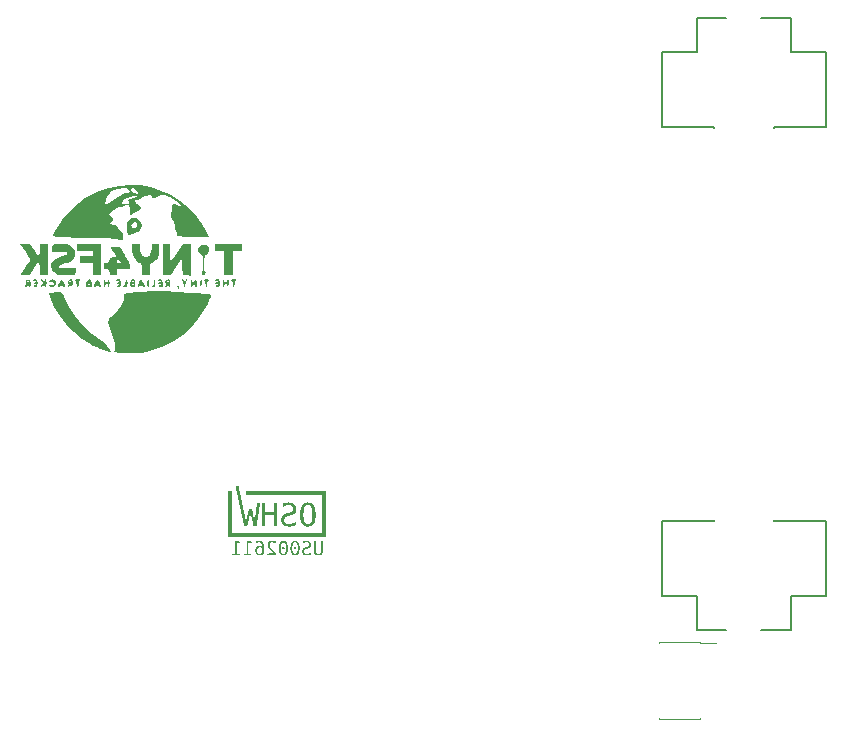
<source format=gbr>
%TF.GenerationSoftware,KiCad,Pcbnew,8.0.1*%
%TF.CreationDate,2024-07-16T16:14:45-04:00*%
%TF.ProjectId,Tiny4FSK,54696e79-3446-4534-9b2e-6b696361645f,rev?*%
%TF.SameCoordinates,Original*%
%TF.FileFunction,Legend,Bot*%
%TF.FilePolarity,Positive*%
%FSLAX46Y46*%
G04 Gerber Fmt 4.6, Leading zero omitted, Abs format (unit mm)*
G04 Created by KiCad (PCBNEW 8.0.1) date 2024-07-16 16:14:45*
%MOMM*%
%LPD*%
G01*
G04 APERTURE LIST*
%ADD10C,0.127000*%
%ADD11C,0.000000*%
%ADD12C,0.120000*%
G04 APERTURE END LIST*
D10*
%TO.C,BT1*%
X143340000Y-50563700D02*
X143340000Y-56913700D01*
X143340000Y-56913700D02*
X147710000Y-56913700D01*
X143340000Y-90311300D02*
X143340000Y-96661300D01*
X143340000Y-96661300D02*
X146290000Y-96661300D01*
X146290000Y-47721200D02*
X146290000Y-50563700D01*
X146290000Y-50563700D02*
X143340000Y-50563700D01*
X146290000Y-96661300D02*
X146290000Y-99503800D01*
X146290000Y-99503800D02*
X148765000Y-99503800D01*
X147710000Y-56913700D02*
X147710000Y-57031500D01*
X147710000Y-90193500D02*
X147710000Y-90311300D01*
X147710000Y-90311300D02*
X143340000Y-90311300D01*
X148765000Y-47721200D02*
X146290000Y-47721200D01*
X151735000Y-99503800D02*
X154210000Y-99503800D01*
X152790000Y-56913700D02*
X157160000Y-56913700D01*
X152790000Y-57031500D02*
X152790000Y-56913700D01*
X152790000Y-90311300D02*
X152790000Y-90193500D01*
X154210000Y-47721200D02*
X151735000Y-47721200D01*
X154210000Y-50563700D02*
X154210000Y-47721200D01*
X154210000Y-96661300D02*
X157160000Y-96661300D01*
X154210000Y-99503800D02*
X154210000Y-96661300D01*
X157160000Y-50563700D02*
X154210000Y-50563700D01*
X157160000Y-56913700D02*
X157160000Y-50563700D01*
X157160000Y-90311300D02*
X152790000Y-90311300D01*
X157160000Y-96661300D02*
X157160000Y-90311300D01*
D11*
%TO.C,G\u002A\u002A\u002A*%
G36*
X102382671Y-70383699D02*
G01*
X102428137Y-70507414D01*
X102430918Y-70572722D01*
X102399670Y-70615215D01*
X102344491Y-70568519D01*
X102292583Y-70445131D01*
X102284041Y-70363537D01*
X102332543Y-70337990D01*
X102382671Y-70383699D01*
G37*
G36*
X99854540Y-69935445D02*
G01*
X99886276Y-70151106D01*
X99890525Y-70320306D01*
X99867262Y-70420517D01*
X99806901Y-70447768D01*
X99750488Y-70423574D01*
X99717453Y-70324547D01*
X99708171Y-70124976D01*
X99717179Y-69967521D01*
X99754149Y-69841328D01*
X99805217Y-69831411D01*
X99854540Y-69935445D01*
G37*
G36*
X104303045Y-69834194D02*
G01*
X104332249Y-69949152D01*
X104343671Y-70130268D01*
X104339386Y-70244636D01*
X104316395Y-70390657D01*
X104280171Y-70447768D01*
X104257298Y-70426341D01*
X104228094Y-70311383D01*
X104216671Y-70130268D01*
X104220957Y-70015899D01*
X104243948Y-69869878D01*
X104280171Y-69812768D01*
X104303045Y-69834194D01*
G37*
G36*
X98038218Y-69925062D02*
G01*
X98057171Y-70124976D01*
X98054602Y-70300448D01*
X98033209Y-70403749D01*
X97972205Y-70441410D01*
X97850796Y-70445748D01*
X97734564Y-70440768D01*
X97694379Y-70417710D01*
X97750591Y-70362996D01*
X97754161Y-70360171D01*
X97833093Y-70239843D01*
X97877591Y-70068281D01*
X97891564Y-69970124D01*
X97938208Y-69842204D01*
X97992828Y-69828994D01*
X98038218Y-69925062D01*
G37*
G36*
X107709171Y-67145768D02*
G01*
X107709171Y-67463268D01*
X107328171Y-67463268D01*
X106947171Y-67463268D01*
X106947171Y-68479268D01*
X106947171Y-69495268D01*
X106597921Y-69495268D01*
X106248671Y-69495268D01*
X106248671Y-68479268D01*
X106248671Y-67463268D01*
X105867671Y-67463268D01*
X105486671Y-67463268D01*
X105486671Y-67145768D01*
X105486671Y-66828268D01*
X106597921Y-66828268D01*
X107709171Y-66828268D01*
X107709171Y-67145768D01*
G37*
G36*
X100366045Y-69834194D02*
G01*
X100395249Y-69949152D01*
X100406671Y-70130268D01*
X100405168Y-70257688D01*
X100389140Y-70384940D01*
X100342138Y-70437474D01*
X100247921Y-70447768D01*
X100143514Y-70432002D01*
X100089171Y-70384268D01*
X100099918Y-70355056D01*
X100184421Y-70320768D01*
X100211805Y-70316158D01*
X100263943Y-70243381D01*
X100279671Y-70066768D01*
X100281291Y-70009831D01*
X100303408Y-69869102D01*
X100343171Y-69812768D01*
X100366045Y-69834194D01*
G37*
G36*
X102820256Y-69908722D02*
G01*
X102844781Y-69936830D01*
X102908825Y-69967840D01*
X102981589Y-69892947D01*
X103049834Y-69823395D01*
X103104028Y-69824936D01*
X103108733Y-69903021D01*
X103050523Y-70030802D01*
X102980874Y-70170679D01*
X102946671Y-70318533D01*
X102934465Y-70394487D01*
X102883171Y-70447768D01*
X102845685Y-70422500D01*
X102819671Y-70317614D01*
X102791558Y-70171795D01*
X102722791Y-70000114D01*
X102697232Y-69945583D01*
X102673904Y-69835771D01*
X102719842Y-69818861D01*
X102820256Y-69908722D01*
G37*
G36*
X95771171Y-68161768D02*
G01*
X95771171Y-69495268D01*
X95453671Y-69495268D01*
X95136171Y-69495268D01*
X95136171Y-68987268D01*
X95136171Y-68479268D01*
X94596421Y-68479268D01*
X94056671Y-68479268D01*
X94056671Y-68161768D01*
X94056671Y-67844268D01*
X94596421Y-67844268D01*
X95136171Y-67844268D01*
X95136171Y-67653768D01*
X95136171Y-67463268D01*
X94469421Y-67463268D01*
X93802671Y-67463268D01*
X93802671Y-67145768D01*
X93802671Y-66828268D01*
X94786921Y-66828268D01*
X95771171Y-66828268D01*
X95771171Y-68161768D01*
G37*
G36*
X104828578Y-69815966D02*
G01*
X104951189Y-69848185D01*
X104973931Y-69902374D01*
X104883421Y-69962731D01*
X104815452Y-70043451D01*
X104788171Y-70223525D01*
X104787567Y-70254410D01*
X104766494Y-70391910D01*
X104724671Y-70447768D01*
X104710437Y-70441291D01*
X104675255Y-70352823D01*
X104661171Y-70193768D01*
X104659552Y-70136831D01*
X104637435Y-69996102D01*
X104597671Y-69939768D01*
X104582493Y-69937922D01*
X104534171Y-69876268D01*
X104536091Y-69867934D01*
X104609521Y-69828717D01*
X104756421Y-69812768D01*
X104828578Y-69815966D01*
G37*
G36*
X107071589Y-69813316D02*
G01*
X107208850Y-69834296D01*
X107264671Y-69876268D01*
X107262826Y-69891446D01*
X107201171Y-69939768D01*
X107186937Y-69946244D01*
X107151755Y-70034712D01*
X107137671Y-70193768D01*
X107136052Y-70250704D01*
X107113935Y-70391433D01*
X107074171Y-70447768D01*
X107065426Y-70445633D01*
X107026489Y-70371215D01*
X107010671Y-70223525D01*
X106987463Y-70054601D01*
X106915421Y-69962731D01*
X106865716Y-69939419D01*
X106821057Y-69879592D01*
X106884419Y-69832107D01*
X107042421Y-69812768D01*
X107071589Y-69813316D01*
G37*
G36*
X93863589Y-69813316D02*
G01*
X94000850Y-69834296D01*
X94056671Y-69876268D01*
X94054826Y-69891446D01*
X93993171Y-69939768D01*
X93978937Y-69946244D01*
X93943755Y-70034712D01*
X93929671Y-70193768D01*
X93927943Y-70266791D01*
X93900652Y-70405825D01*
X93834421Y-70447768D01*
X93807038Y-70443158D01*
X93754900Y-70370381D01*
X93739171Y-70193768D01*
X93737552Y-70136831D01*
X93715435Y-69996102D01*
X93675671Y-69939768D01*
X93660493Y-69937922D01*
X93612171Y-69876268D01*
X93614091Y-69867934D01*
X93687521Y-69828717D01*
X93834421Y-69812768D01*
X93863589Y-69813316D01*
G37*
G36*
X103459473Y-69813356D02*
G01*
X103501220Y-69878668D01*
X103518590Y-70019143D01*
X103519008Y-70225518D01*
X103644573Y-70035018D01*
X103760800Y-69890192D01*
X103855021Y-69852515D01*
X103917924Y-69937739D01*
X103950276Y-70146143D01*
X103954638Y-70310153D01*
X103932831Y-70417690D01*
X103875119Y-70447768D01*
X103805674Y-70405702D01*
X103757726Y-70273143D01*
X103734845Y-70098518D01*
X103648066Y-70273143D01*
X103641187Y-70286751D01*
X103543745Y-70426091D01*
X103464288Y-70443505D01*
X103410777Y-70343422D01*
X103391171Y-70130268D01*
X103395457Y-70015899D01*
X103418448Y-69869878D01*
X103454671Y-69812768D01*
X103459473Y-69813356D01*
G37*
G36*
X91141811Y-69827711D02*
G01*
X91182768Y-69937911D01*
X91199171Y-70130268D01*
X91193076Y-70296097D01*
X91163821Y-70413778D01*
X91103921Y-70447768D01*
X91055403Y-70433013D01*
X91008671Y-70342676D01*
X91005413Y-70292194D01*
X90973091Y-70278594D01*
X90881282Y-70352870D01*
X90826224Y-70396773D01*
X90730289Y-70431426D01*
X90709639Y-70377790D01*
X90786069Y-70257657D01*
X90852216Y-70178053D01*
X90863430Y-70102837D01*
X90786069Y-70002878D01*
X90720371Y-69903502D01*
X90718194Y-69828253D01*
X90784338Y-69835825D01*
X90880149Y-69922297D01*
X90955090Y-70009257D01*
X90998435Y-70020323D01*
X91027488Y-69938172D01*
X91035774Y-69909207D01*
X91088686Y-69813525D01*
X91141811Y-69827711D01*
G37*
G36*
X101676671Y-67558518D02*
G01*
X101680111Y-67830180D01*
X101690276Y-68067955D01*
X101705550Y-68228767D01*
X101724296Y-68287604D01*
X101732272Y-68283189D01*
X101799493Y-68205515D01*
X101917201Y-68045877D01*
X102071420Y-67823727D01*
X102248171Y-67558518D01*
X102724421Y-66830594D01*
X103057796Y-66829431D01*
X103391171Y-66828268D01*
X103391171Y-68165086D01*
X103391171Y-69501904D01*
X103057796Y-69482711D01*
X102724421Y-69463518D01*
X102692671Y-68753562D01*
X102660921Y-68043606D01*
X102184671Y-68768274D01*
X101708421Y-69492941D01*
X101375046Y-69494104D01*
X101041671Y-69495268D01*
X101041671Y-68161768D01*
X101041671Y-66828268D01*
X101359171Y-66828268D01*
X101676671Y-66828268D01*
X101676671Y-67558518D01*
G37*
G36*
X91721207Y-69814680D02*
G01*
X91855057Y-69877022D01*
X91973583Y-69992268D01*
X92024671Y-70112534D01*
X92013156Y-70184548D01*
X91958937Y-70324942D01*
X91905512Y-70385865D01*
X91755816Y-70442882D01*
X91584846Y-70430880D01*
X91448909Y-70347382D01*
X91444950Y-70342584D01*
X91408620Y-70282931D01*
X91453136Y-70268384D01*
X91599884Y-70290949D01*
X91637157Y-70297820D01*
X91770977Y-70312056D01*
X91824465Y-70274921D01*
X91834171Y-70167092D01*
X91833943Y-70154043D01*
X91786686Y-70008261D01*
X91679807Y-69952513D01*
X91546078Y-70005212D01*
X91483066Y-70042374D01*
X91404112Y-70038874D01*
X91400956Y-69993010D01*
X91469600Y-69914145D01*
X91582603Y-69843429D01*
X91698433Y-69812768D01*
X91721207Y-69814680D01*
G37*
G36*
X96492545Y-69834194D02*
G01*
X96521749Y-69949152D01*
X96533171Y-70130268D01*
X96528886Y-70244636D01*
X96505895Y-70390657D01*
X96469671Y-70447768D01*
X96432764Y-70423953D01*
X96406171Y-70320768D01*
X96385300Y-70238669D01*
X96279171Y-70193768D01*
X96197073Y-70214639D01*
X96152171Y-70320768D01*
X96140264Y-70394583D01*
X96088671Y-70447768D01*
X96065798Y-70426341D01*
X96036594Y-70311383D01*
X96025171Y-70130268D01*
X96029457Y-70015899D01*
X96052448Y-69869878D01*
X96088671Y-69812768D01*
X96125579Y-69836582D01*
X96152171Y-69939768D01*
X96173043Y-70021866D01*
X96279171Y-70066768D01*
X96361270Y-70045896D01*
X96406171Y-69939768D01*
X96418079Y-69865952D01*
X96469671Y-69812768D01*
X96492545Y-69834194D01*
G37*
G36*
X106589045Y-69834194D02*
G01*
X106618249Y-69949152D01*
X106629671Y-70130268D01*
X106625386Y-70244636D01*
X106602395Y-70390657D01*
X106566171Y-70447768D01*
X106529264Y-70423953D01*
X106502671Y-70320768D01*
X106481800Y-70238669D01*
X106375671Y-70193768D01*
X106293573Y-70214639D01*
X106248671Y-70320768D01*
X106236764Y-70394583D01*
X106185171Y-70447768D01*
X106162298Y-70426341D01*
X106133094Y-70311383D01*
X106121671Y-70130268D01*
X106125957Y-70015899D01*
X106148948Y-69869878D01*
X106185171Y-69812768D01*
X106222079Y-69836582D01*
X106248671Y-69939768D01*
X106269543Y-70021866D01*
X106375671Y-70066768D01*
X106457770Y-70045896D01*
X106502671Y-69939768D01*
X106514579Y-69865952D01*
X106566171Y-69812768D01*
X106589045Y-69834194D01*
G37*
G36*
X100889023Y-69832242D02*
G01*
X100970969Y-69869420D01*
X101010540Y-69962145D01*
X101029276Y-70146143D01*
X101036841Y-70290421D01*
X101025340Y-70400174D01*
X100971076Y-70441454D01*
X100854651Y-70447768D01*
X100849404Y-70447744D01*
X100715929Y-70428543D01*
X100660671Y-70384268D01*
X100671418Y-70355056D01*
X100755921Y-70320768D01*
X100799739Y-70313603D01*
X100851171Y-70257268D01*
X100840425Y-70228056D01*
X100755921Y-70193768D01*
X100712104Y-70186603D01*
X100660671Y-70130268D01*
X100671418Y-70101056D01*
X100755921Y-70066768D01*
X100799739Y-70059603D01*
X100851171Y-70003268D01*
X100840425Y-69974056D01*
X100755921Y-69939768D01*
X100712037Y-69932103D01*
X100660671Y-69872050D01*
X100709361Y-69830859D01*
X100835296Y-69824425D01*
X100889023Y-69832242D01*
G37*
G36*
X90340745Y-69816333D02*
G01*
X90407419Y-69848590D01*
X90433010Y-69942315D01*
X90437171Y-70130268D01*
X90435032Y-70287057D01*
X90415678Y-70398181D01*
X90359443Y-70440831D01*
X90246671Y-70447768D01*
X90244301Y-70447763D01*
X90111351Y-70428853D01*
X90056171Y-70384268D01*
X90079986Y-70347360D01*
X90183171Y-70320768D01*
X90256987Y-70308860D01*
X90310171Y-70257268D01*
X90299425Y-70228056D01*
X90214921Y-70193768D01*
X90171104Y-70186603D01*
X90119671Y-70130268D01*
X90130418Y-70101056D01*
X90214921Y-70066768D01*
X90258739Y-70059603D01*
X90310171Y-70003268D01*
X90286357Y-69966360D01*
X90183171Y-69939768D01*
X90109356Y-69927860D01*
X90056171Y-69876268D01*
X90056186Y-69875477D01*
X90112915Y-69831161D01*
X90246671Y-69812768D01*
X90340745Y-69816333D01*
G37*
G36*
X97389245Y-69816333D02*
G01*
X97455919Y-69848590D01*
X97481510Y-69942315D01*
X97485671Y-70130268D01*
X97483532Y-70287057D01*
X97464178Y-70398181D01*
X97407943Y-70440831D01*
X97295171Y-70447768D01*
X97292801Y-70447763D01*
X97159851Y-70428853D01*
X97104671Y-70384268D01*
X97128486Y-70347360D01*
X97231671Y-70320768D01*
X97305487Y-70308860D01*
X97358671Y-70257268D01*
X97347925Y-70228056D01*
X97263421Y-70193768D01*
X97219604Y-70186603D01*
X97168171Y-70130268D01*
X97178918Y-70101056D01*
X97263421Y-70066768D01*
X97307239Y-70059603D01*
X97358671Y-70003268D01*
X97334857Y-69966360D01*
X97231671Y-69939768D01*
X97157856Y-69927860D01*
X97104671Y-69876268D01*
X97104686Y-69875477D01*
X97161415Y-69831161D01*
X97295171Y-69812768D01*
X97389245Y-69816333D01*
G37*
G36*
X105771245Y-69816333D02*
G01*
X105837919Y-69848590D01*
X105863510Y-69942315D01*
X105867671Y-70130268D01*
X105865532Y-70287057D01*
X105846178Y-70398181D01*
X105789943Y-70440831D01*
X105677171Y-70447768D01*
X105674801Y-70447763D01*
X105541851Y-70428853D01*
X105486671Y-70384268D01*
X105497418Y-70355056D01*
X105581921Y-70320768D01*
X105625739Y-70313603D01*
X105677171Y-70257268D01*
X105666425Y-70228056D01*
X105581921Y-70193768D01*
X105538104Y-70186603D01*
X105486671Y-70130268D01*
X105497418Y-70101056D01*
X105581921Y-70066768D01*
X105625739Y-70059603D01*
X105677171Y-70003268D01*
X105666425Y-69974056D01*
X105581921Y-69939768D01*
X105538104Y-69932603D01*
X105486671Y-69876268D01*
X105486686Y-69875477D01*
X105543415Y-69831161D01*
X105677171Y-69812768D01*
X105771245Y-69816333D01*
G37*
G36*
X99415331Y-70106539D02*
G01*
X99451318Y-70213467D01*
X99498997Y-70360787D01*
X99517671Y-70427329D01*
X99498985Y-70448847D01*
X99425704Y-70436441D01*
X99358921Y-70384268D01*
X99317985Y-70349926D01*
X99196424Y-70320768D01*
X99126188Y-70332163D01*
X99073171Y-70384268D01*
X99064546Y-70411442D01*
X98984058Y-70447768D01*
X98973380Y-70447311D01*
X98935598Y-70418731D01*
X98946828Y-70327029D01*
X99008872Y-70147222D01*
X99167226Y-70147222D01*
X99202164Y-70193768D01*
X99230440Y-70183037D01*
X99263671Y-70098518D01*
X99260913Y-70055120D01*
X99238715Y-70003268D01*
X99222280Y-70014966D01*
X99177208Y-70098518D01*
X99167226Y-70147222D01*
X99008872Y-70147222D01*
X99009244Y-70146143D01*
X99042892Y-70062536D01*
X99142700Y-69884375D01*
X99236266Y-69832495D01*
X99326254Y-69906636D01*
X99411757Y-70098518D01*
X99415331Y-70106539D01*
G37*
G36*
X89853276Y-70146143D02*
G01*
X89857412Y-70321679D01*
X89833903Y-70420853D01*
X89773901Y-70447768D01*
X89721099Y-70430645D01*
X89673152Y-70336643D01*
X89671240Y-70286939D01*
X89651599Y-70260264D01*
X89586777Y-70336643D01*
X89524951Y-70398966D01*
X89438225Y-70444475D01*
X89384562Y-70436432D01*
X89401549Y-70368393D01*
X89405065Y-70362440D01*
X89438980Y-70240139D01*
X89452921Y-70066768D01*
X89457247Y-70003268D01*
X89548171Y-70003268D01*
X89550017Y-70018446D01*
X89611671Y-70066768D01*
X89626850Y-70064922D01*
X89675171Y-70003268D01*
X89673326Y-69988089D01*
X89611671Y-69939768D01*
X89596493Y-69941613D01*
X89548171Y-70003268D01*
X89457247Y-70003268D01*
X89462936Y-69919750D01*
X89515432Y-69856907D01*
X89643421Y-69844518D01*
X89721668Y-69846890D01*
X89800061Y-69875553D01*
X89836161Y-69964136D01*
X89839841Y-70003268D01*
X89853276Y-70146143D01*
G37*
G36*
X92691834Y-70161437D02*
G01*
X92759352Y-70314109D01*
X92786671Y-70421282D01*
X92769133Y-70445866D01*
X92696397Y-70437714D01*
X92627921Y-70384268D01*
X92586985Y-70349926D01*
X92465424Y-70320768D01*
X92395188Y-70332163D01*
X92342171Y-70384268D01*
X92331803Y-70413144D01*
X92247982Y-70447768D01*
X92228580Y-70446574D01*
X92193149Y-70416982D01*
X92206629Y-70326939D01*
X92265071Y-70165765D01*
X92405671Y-70165765D01*
X92407322Y-70172102D01*
X92469171Y-70193768D01*
X92486576Y-70191183D01*
X92532671Y-70126520D01*
X92527686Y-70103552D01*
X92469171Y-70098518D01*
X92450168Y-70111551D01*
X92405671Y-70165765D01*
X92265071Y-70165765D01*
X92271149Y-70149004D01*
X92316362Y-70043854D01*
X92397468Y-69895004D01*
X92460578Y-69826215D01*
X92464714Y-69825716D01*
X92522853Y-69877711D01*
X92605781Y-70002794D01*
X92672894Y-70126520D01*
X92691834Y-70161437D01*
G37*
G36*
X93421671Y-70130268D02*
G01*
X93417386Y-70244636D01*
X93394395Y-70390657D01*
X93358171Y-70447768D01*
X93318300Y-70416444D01*
X93293260Y-70304893D01*
X93291848Y-70162018D01*
X93170602Y-70319819D01*
X93163831Y-70328465D01*
X93067872Y-70419212D01*
X93001623Y-70429885D01*
X92987411Y-70398052D01*
X93024479Y-70311560D01*
X93062187Y-70245487D01*
X93024066Y-70127275D01*
X93006533Y-70092780D01*
X93006964Y-70035983D01*
X93129948Y-70035983D01*
X93195674Y-70066768D01*
X93242985Y-70058996D01*
X93294671Y-70003268D01*
X93292961Y-69988202D01*
X93234919Y-69939768D01*
X93217104Y-69942190D01*
X93135921Y-70003268D01*
X93129948Y-70035983D01*
X93006964Y-70035983D01*
X93007553Y-69958490D01*
X93103948Y-69854516D01*
X93270697Y-69812768D01*
X93326514Y-69815500D01*
X93389624Y-69847413D01*
X93416221Y-69941564D01*
X93418003Y-70003268D01*
X93421671Y-70130268D01*
G37*
G36*
X101676671Y-70130268D02*
G01*
X101669089Y-70257756D01*
X101639482Y-70391367D01*
X101599968Y-70455764D01*
X101564086Y-70432941D01*
X101545374Y-70304893D01*
X101541076Y-70162018D01*
X101472170Y-70304893D01*
X101407507Y-70396432D01*
X101315484Y-70447768D01*
X101304165Y-70447477D01*
X101259798Y-70417296D01*
X101297844Y-70316708D01*
X101335349Y-70207868D01*
X101292303Y-70094458D01*
X101268121Y-70055873D01*
X101269702Y-70003268D01*
X101422671Y-70003268D01*
X101424517Y-70018446D01*
X101486171Y-70066768D01*
X101501350Y-70064922D01*
X101549671Y-70003268D01*
X101547826Y-69988089D01*
X101486171Y-69939768D01*
X101470993Y-69941613D01*
X101422671Y-70003268D01*
X101269702Y-70003268D01*
X101271557Y-69941570D01*
X101366014Y-69850157D01*
X101525697Y-69812768D01*
X101581514Y-69815500D01*
X101644624Y-69847413D01*
X101671221Y-69941564D01*
X101673003Y-70003268D01*
X101676671Y-70130268D01*
G37*
G36*
X95715194Y-70149004D02*
G01*
X95739576Y-70212033D01*
X95788876Y-70361291D01*
X95787762Y-70430722D01*
X95738361Y-70447768D01*
X95695529Y-70440777D01*
X95644171Y-70384268D01*
X95620357Y-70347360D01*
X95517171Y-70320768D01*
X95443356Y-70332675D01*
X95390171Y-70384268D01*
X95379425Y-70413479D01*
X95294921Y-70447768D01*
X95271698Y-70447724D01*
X95219936Y-70439176D01*
X95210171Y-70396532D01*
X95244916Y-70292177D01*
X95313268Y-70130268D01*
X95453671Y-70130268D01*
X95455517Y-70145446D01*
X95517171Y-70193768D01*
X95532350Y-70191922D01*
X95580671Y-70130268D01*
X95578826Y-70115089D01*
X95517171Y-70066768D01*
X95501993Y-70068613D01*
X95453671Y-70130268D01*
X95313268Y-70130268D01*
X95326682Y-70098494D01*
X95378272Y-69991580D01*
X95462245Y-69865310D01*
X95525765Y-69826215D01*
X95558095Y-69853200D01*
X95634322Y-69972445D01*
X95706612Y-70130268D01*
X95715194Y-70149004D01*
G37*
G36*
X95009171Y-70130268D02*
G01*
X95009171Y-70257268D01*
X95009171Y-70447768D01*
X94784932Y-70447768D01*
X94733300Y-70447508D01*
X94614599Y-70432073D01*
X94572482Y-70365339D01*
X94573192Y-70257268D01*
X94691671Y-70257268D01*
X94702418Y-70286479D01*
X94786921Y-70320768D01*
X94830739Y-70313603D01*
X94882171Y-70257268D01*
X94871425Y-70228056D01*
X94786921Y-70193768D01*
X94743104Y-70200932D01*
X94691671Y-70257268D01*
X94573192Y-70257268D01*
X94573505Y-70209643D01*
X94574768Y-70188439D01*
X94607667Y-70003268D01*
X94755171Y-70003268D01*
X94757017Y-70018446D01*
X94818671Y-70066768D01*
X94833850Y-70064922D01*
X94882171Y-70003268D01*
X94880326Y-69988089D01*
X94818671Y-69939768D01*
X94803493Y-69941613D01*
X94755171Y-70003268D01*
X94607667Y-70003268D01*
X94614024Y-69967489D01*
X94704109Y-69848387D01*
X94858197Y-69812768D01*
X94914014Y-69815500D01*
X94977124Y-69847413D01*
X95003721Y-69941564D01*
X95005503Y-70003268D01*
X95009171Y-70130268D01*
G37*
G36*
X99263671Y-65256564D02*
G01*
X99263227Y-65286732D01*
X99220337Y-65511948D01*
X99096594Y-65691888D01*
X98876618Y-65841985D01*
X98545026Y-65977672D01*
X98420131Y-66019450D01*
X98250150Y-66062822D01*
X98143107Y-66047986D01*
X98080742Y-65957846D01*
X98044794Y-65775303D01*
X98017005Y-65483259D01*
X98004981Y-65334001D01*
X98001738Y-65246020D01*
X98389704Y-65246020D01*
X98474457Y-65394982D01*
X98538054Y-65448370D01*
X98684333Y-65488310D01*
X98816271Y-65403013D01*
X98847215Y-65356695D01*
X98877797Y-65204016D01*
X98825773Y-65068163D01*
X98704551Y-64997768D01*
X98523377Y-65015838D01*
X98412116Y-65109099D01*
X98389704Y-65246020D01*
X98001738Y-65246020D01*
X97998030Y-65145426D01*
X98017220Y-65021751D01*
X98071514Y-64923594D01*
X98169874Y-64811573D01*
X98174248Y-64806928D01*
X98398174Y-64647237D01*
X98640023Y-64595582D01*
X98873646Y-64641325D01*
X99072894Y-64773829D01*
X99211619Y-64982455D01*
X99253692Y-65204016D01*
X99263671Y-65256564D01*
G37*
G36*
X98692171Y-70126050D02*
G01*
X98690313Y-70257268D01*
X98689843Y-70290491D01*
X98669973Y-70399571D01*
X98613078Y-70441144D01*
X98499679Y-70447768D01*
X98422000Y-70443652D01*
X98308360Y-70396266D01*
X98275209Y-70289983D01*
X98400448Y-70289983D01*
X98466174Y-70320768D01*
X98513485Y-70312996D01*
X98565171Y-70257268D01*
X98563461Y-70242202D01*
X98505419Y-70193768D01*
X98487604Y-70196190D01*
X98406421Y-70257268D01*
X98400448Y-70289983D01*
X98275209Y-70289983D01*
X98271479Y-70278026D01*
X98299723Y-70066768D01*
X98316465Y-70003268D01*
X98438171Y-70003268D01*
X98440017Y-70018446D01*
X98501671Y-70066768D01*
X98516850Y-70064922D01*
X98565171Y-70003268D01*
X98563326Y-69988089D01*
X98501671Y-69939768D01*
X98486493Y-69941613D01*
X98438171Y-70003268D01*
X98316465Y-70003268D01*
X98324584Y-69972472D01*
X98393670Y-69864611D01*
X98519805Y-69824425D01*
X98604736Y-69818381D01*
X98664896Y-69844633D01*
X98688249Y-69937054D01*
X98689623Y-70003268D01*
X98692171Y-70126050D01*
G37*
G36*
X104541122Y-66880011D02*
G01*
X104776343Y-66940372D01*
X104926124Y-67087198D01*
X104978671Y-67309823D01*
X104971798Y-67399738D01*
X104878303Y-67611926D01*
X104670262Y-67775903D01*
X104657546Y-67783547D01*
X104609152Y-67841909D01*
X104577801Y-67954337D01*
X104559021Y-68145127D01*
X104548344Y-68438570D01*
X104546654Y-68566974D01*
X104552432Y-68823343D01*
X104570131Y-69003668D01*
X104597803Y-69082599D01*
X104637809Y-69142346D01*
X104661171Y-69276765D01*
X104660623Y-69302297D01*
X104623534Y-69405274D01*
X104502421Y-69431768D01*
X104473166Y-69431097D01*
X104369899Y-69393859D01*
X104343671Y-69273018D01*
X104359374Y-69168611D01*
X104406918Y-69114268D01*
X104420640Y-69102554D01*
X104445174Y-68992112D01*
X104458731Y-68778688D01*
X104459932Y-68478806D01*
X104449699Y-67843344D01*
X104237935Y-67681824D01*
X104172087Y-67624853D01*
X104043582Y-67430760D01*
X104021555Y-67231238D01*
X104096812Y-67054185D01*
X104260165Y-66927496D01*
X104502422Y-66879067D01*
X104541122Y-66880011D01*
G37*
G36*
X90963472Y-66840908D02*
G01*
X91294421Y-66860018D01*
X91311717Y-68096396D01*
X91312206Y-68132321D01*
X91315707Y-68516704D01*
X91315800Y-68858050D01*
X91312704Y-69135374D01*
X91306642Y-69327693D01*
X91297835Y-69414021D01*
X91284576Y-69432961D01*
X91166349Y-69478910D01*
X90949464Y-69495268D01*
X90632270Y-69495268D01*
X90614096Y-68898044D01*
X90595921Y-68300821D01*
X90180070Y-68882169D01*
X89764219Y-69463518D01*
X89370445Y-69482423D01*
X89184679Y-69486377D01*
X89034341Y-69478517D01*
X88976671Y-69459626D01*
X88998481Y-69416236D01*
X89082023Y-69287320D01*
X89213572Y-69097329D01*
X89377541Y-68869221D01*
X89505120Y-68693829D01*
X89658001Y-68481418D01*
X89771870Y-68320530D01*
X89828618Y-68236563D01*
X89831139Y-68195177D01*
X89772766Y-68048615D01*
X89636225Y-67812190D01*
X89423977Y-67490438D01*
X88969127Y-66828268D01*
X89374993Y-66828268D01*
X89780859Y-66828268D01*
X90188390Y-67415643D01*
X90595921Y-68003018D01*
X90614222Y-67412408D01*
X90632523Y-66821799D01*
X90963472Y-66840908D01*
G37*
G36*
X100422546Y-66840824D02*
G01*
X100755921Y-66860018D01*
X100747957Y-67308249D01*
X100739642Y-67480809D01*
X100701272Y-67757390D01*
X100639112Y-67951560D01*
X100624977Y-67977410D01*
X100499943Y-68149003D01*
X100339163Y-68311164D01*
X100178183Y-68431912D01*
X100052549Y-68479268D01*
X100018378Y-68491765D01*
X99984653Y-68565355D01*
X99967167Y-68723498D01*
X99962171Y-68987268D01*
X99962171Y-69495268D01*
X99612921Y-69495268D01*
X99263671Y-69495268D01*
X99263671Y-68987268D01*
X99260668Y-68763365D01*
X99246685Y-68590530D01*
X99217401Y-68503332D01*
X99168604Y-68479268D01*
X99064025Y-68444840D01*
X98904806Y-68327806D01*
X98739360Y-68158502D01*
X98598345Y-67969055D01*
X98512418Y-67791595D01*
X98487676Y-67688468D01*
X98452136Y-67440854D01*
X98438171Y-67186025D01*
X98438171Y-66828268D01*
X98787421Y-66828268D01*
X99136671Y-66828268D01*
X99136671Y-67251892D01*
X99138020Y-67350577D01*
X99167251Y-67621451D01*
X99244150Y-67792562D01*
X99381231Y-67881977D01*
X99591013Y-67907768D01*
X99634124Y-67907016D01*
X99850339Y-67865880D01*
X99990638Y-67750857D01*
X100066442Y-67546584D01*
X100089171Y-67237699D01*
X100089171Y-66821631D01*
X100422546Y-66840824D01*
G37*
G36*
X92421068Y-70936721D02*
G01*
X92511525Y-70965268D01*
X92600608Y-71053763D01*
X92665483Y-71231352D01*
X92764443Y-71524996D01*
X92979245Y-71983467D01*
X93263077Y-72460708D01*
X93595980Y-72924141D01*
X93957997Y-73341189D01*
X93976872Y-73360740D01*
X94210588Y-73604012D01*
X94456161Y-73861313D01*
X94663415Y-74080084D01*
X94805292Y-74216815D01*
X95051445Y-74426266D01*
X95338508Y-74649702D01*
X95629373Y-74857269D01*
X95906119Y-75051214D01*
X96163313Y-75254850D01*
X96352807Y-75441309D01*
X96499653Y-75632918D01*
X96602068Y-75801279D01*
X96658790Y-75925008D01*
X96654312Y-75972268D01*
X96539719Y-75952395D01*
X96328297Y-75890365D01*
X96056404Y-75796884D01*
X95753118Y-75682920D01*
X95447516Y-75559439D01*
X95168675Y-75437409D01*
X94945671Y-75327797D01*
X94214784Y-74871024D01*
X93508597Y-74299168D01*
X92868598Y-73644063D01*
X92314361Y-72925812D01*
X91865461Y-72164517D01*
X91851927Y-72137166D01*
X91764673Y-71948633D01*
X91664227Y-71716929D01*
X91563545Y-71473898D01*
X91475587Y-71251384D01*
X91413310Y-71081229D01*
X91389671Y-70995278D01*
X91398624Y-70987619D01*
X91495221Y-70967745D01*
X91669196Y-70949710D01*
X91884660Y-70935553D01*
X92105720Y-70927311D01*
X92296487Y-70927021D01*
X92421068Y-70936721D01*
G37*
G36*
X97021842Y-67094974D02*
G01*
X97383513Y-67114018D01*
X97815592Y-67743640D01*
X97865367Y-67816379D01*
X98036260Y-68073258D01*
X98147463Y-68261046D01*
X98211450Y-68406784D01*
X98240695Y-68537510D01*
X98247671Y-68680265D01*
X98247671Y-68987268D01*
X97707921Y-68987268D01*
X97168171Y-68987268D01*
X97168171Y-69241268D01*
X97168171Y-69495268D01*
X96850671Y-69495268D01*
X96533171Y-69495268D01*
X96533171Y-69241268D01*
X96532675Y-69166318D01*
X96516459Y-69042436D01*
X96453220Y-68994957D01*
X96310921Y-68987268D01*
X96215626Y-68985693D01*
X96126790Y-68961295D01*
X96093625Y-68879513D01*
X96088671Y-68705541D01*
X96089705Y-68603151D01*
X96107454Y-68478516D01*
X96167390Y-68424543D01*
X96295046Y-68403916D01*
X96407746Y-68385775D01*
X96490533Y-68323115D01*
X96521320Y-68177643D01*
X96534309Y-68076942D01*
X96572679Y-68003733D01*
X96667762Y-67975758D01*
X96854695Y-67971268D01*
X97168171Y-67971268D01*
X97168171Y-68193518D01*
X97176255Y-68328967D01*
X97222168Y-68400357D01*
X97334225Y-68415768D01*
X97500278Y-68415768D01*
X97387019Y-68241143D01*
X97372225Y-68218555D01*
X97269288Y-68065667D01*
X97125430Y-67855989D01*
X96966965Y-67627934D01*
X96916405Y-67554879D01*
X96785573Y-67357573D01*
X96694402Y-67207527D01*
X96660171Y-67132640D01*
X96695699Y-67110071D01*
X96827004Y-67093708D01*
X97021842Y-67094974D01*
G37*
G36*
X92657839Y-66836207D02*
G01*
X92911857Y-66858714D01*
X93084163Y-66895807D01*
X93095343Y-66900216D01*
X93268830Y-66997191D01*
X93437546Y-67129938D01*
X93441648Y-67133864D01*
X93549215Y-67261359D01*
X93599641Y-67405996D01*
X93612171Y-67622018D01*
X93612148Y-67635304D01*
X93598514Y-67845277D01*
X93546697Y-67985782D01*
X93437546Y-68110378D01*
X93337681Y-68198454D01*
X93170036Y-68313039D01*
X92970598Y-68397483D01*
X92692266Y-68474817D01*
X92605831Y-68497051D01*
X92377086Y-68576595D01*
X92252722Y-68666605D01*
X92215171Y-68778257D01*
X92227000Y-68811668D01*
X92285780Y-68839622D01*
X92411925Y-68854011D01*
X92625233Y-68856776D01*
X92945505Y-68849857D01*
X93675838Y-68828518D01*
X93675755Y-69124851D01*
X93674004Y-69194713D01*
X93647832Y-69370806D01*
X93596296Y-69453213D01*
X93498652Y-69474238D01*
X93288759Y-69489660D01*
X93018126Y-69493019D01*
X92723595Y-69485409D01*
X92442010Y-69467924D01*
X92210212Y-69441661D01*
X92065044Y-69407712D01*
X91801666Y-69238758D01*
X91636654Y-68995100D01*
X91580171Y-68688069D01*
X91607609Y-68479858D01*
X91733695Y-68250915D01*
X91967981Y-68073346D01*
X92316909Y-67940615D01*
X92541755Y-67876659D01*
X92766577Y-67802755D01*
X92899414Y-67739403D01*
X92959052Y-67676874D01*
X92964277Y-67605444D01*
X92947850Y-67564504D01*
X92894121Y-67528707D01*
X92782386Y-67508221D01*
X92589672Y-67499385D01*
X92293006Y-67498543D01*
X91643671Y-67502069D01*
X91643671Y-67204856D01*
X91644969Y-67093385D01*
X91663232Y-66963675D01*
X91721360Y-66901410D01*
X91842109Y-66867955D01*
X91851108Y-66866199D01*
X92082905Y-66838950D01*
X92366669Y-66829286D01*
X92657839Y-66836207D01*
G37*
G36*
X101063389Y-70830717D02*
G01*
X101498398Y-70843100D01*
X101981775Y-70865050D01*
X102529135Y-70897019D01*
X103156096Y-70939454D01*
X103878273Y-70992807D01*
X104711282Y-71057526D01*
X104882644Y-71070419D01*
X105029203Y-71089866D01*
X105110669Y-71131288D01*
X105130111Y-71213663D01*
X105090600Y-71355965D01*
X104995208Y-71577170D01*
X104847004Y-71896253D01*
X104570003Y-72434469D01*
X104051863Y-73222226D01*
X103441862Y-73928414D01*
X102747742Y-74547273D01*
X101977247Y-75073041D01*
X101138122Y-75499958D01*
X100238108Y-75822262D01*
X99284951Y-76034193D01*
X99203219Y-76044168D01*
X98954174Y-76059218D01*
X98632213Y-76066034D01*
X98270640Y-76065189D01*
X97902759Y-76057254D01*
X97561875Y-76042800D01*
X97281291Y-76022397D01*
X97094313Y-75996618D01*
X96990428Y-75965381D01*
X96955579Y-75903280D01*
X96991365Y-75769782D01*
X97021660Y-75646973D01*
X97022237Y-75320489D01*
X96933952Y-74930638D01*
X96759686Y-74493293D01*
X96634523Y-74212715D01*
X96488156Y-73796317D01*
X96430421Y-73467371D01*
X96461654Y-73227301D01*
X96521002Y-73131449D01*
X96664911Y-72976391D01*
X96848564Y-72824469D01*
X96996421Y-72712615D01*
X97120498Y-72605626D01*
X97168171Y-72545551D01*
X97173178Y-72530064D01*
X97232082Y-72429120D01*
X97343281Y-72263312D01*
X97489119Y-72059383D01*
X97578895Y-71935755D01*
X97702443Y-71750453D01*
X97769136Y-71610176D01*
X97793671Y-71478939D01*
X97790744Y-71320751D01*
X97786429Y-71264057D01*
X97780171Y-71166941D01*
X97790624Y-71094735D01*
X97833471Y-71042277D01*
X97924397Y-71004404D01*
X98079087Y-70975953D01*
X98313225Y-70951760D01*
X98642497Y-70926662D01*
X99082586Y-70895496D01*
X99494697Y-70867880D01*
X99892401Y-70846485D01*
X100276007Y-70832859D01*
X100661130Y-70827454D01*
X101063389Y-70830717D01*
G37*
G36*
X101748210Y-62698303D02*
G01*
X102527974Y-63198585D01*
X103253622Y-63809309D01*
X103495834Y-64048769D01*
X103964171Y-64572396D01*
X104354557Y-65110423D01*
X104696188Y-65701143D01*
X104984651Y-66256768D01*
X104584786Y-66264287D01*
X104393259Y-66266458D01*
X104216359Y-66265236D01*
X104125516Y-66260361D01*
X104106623Y-66258341D01*
X103980794Y-66251055D01*
X103761962Y-66241368D01*
X103474349Y-66230304D01*
X103142177Y-66218883D01*
X102218242Y-66188852D01*
X102234357Y-66016435D01*
X102223131Y-65902807D01*
X102181226Y-65716047D01*
X102117554Y-65485124D01*
X102041141Y-65237866D01*
X101961012Y-65002099D01*
X101886192Y-64805651D01*
X101825708Y-64676349D01*
X101788584Y-64642022D01*
X101787930Y-64642589D01*
X101776273Y-64597641D01*
X101773635Y-64460237D01*
X101778456Y-64263201D01*
X101789178Y-64039361D01*
X101804242Y-63821541D01*
X101822087Y-63642569D01*
X101841155Y-63535270D01*
X101898399Y-63485515D01*
X102050485Y-63476557D01*
X102269624Y-63521842D01*
X102531032Y-63618384D01*
X102610352Y-63653114D01*
X102718123Y-63694732D01*
X102738544Y-63683532D01*
X102691140Y-63619672D01*
X102684873Y-63612483D01*
X102570774Y-63512224D01*
X102379541Y-63369029D01*
X102140449Y-63202344D01*
X101882770Y-63031614D01*
X101635781Y-62876286D01*
X101428755Y-62755803D01*
X101290966Y-62689612D01*
X101212752Y-62669050D01*
X101076755Y-62666697D01*
X100893603Y-62705257D01*
X100628798Y-62789958D01*
X100565577Y-62811731D01*
X100307212Y-62897642D01*
X100147520Y-62941002D01*
X100069370Y-62943009D01*
X100055631Y-62904864D01*
X100089171Y-62827767D01*
X100096442Y-62813976D01*
X100120781Y-62738611D01*
X100069411Y-62707477D01*
X99916781Y-62701923D01*
X99703757Y-62737344D01*
X99574241Y-62802818D01*
X99396991Y-62892423D01*
X99136267Y-63030863D01*
X98898072Y-63081767D01*
X98803281Y-63085101D01*
X98716610Y-63113453D01*
X98717128Y-63182211D01*
X98734885Y-63234626D01*
X98755671Y-63336898D01*
X98767251Y-63359566D01*
X98858093Y-63437916D01*
X99009671Y-63533897D01*
X99084375Y-63579076D01*
X99212852Y-63676970D01*
X99263671Y-63748551D01*
X99245211Y-63784867D01*
X99141897Y-63880312D01*
X98975549Y-64000862D01*
X98778096Y-64126649D01*
X98581468Y-64237805D01*
X98417594Y-64314461D01*
X98318402Y-64336750D01*
X98294161Y-64328951D01*
X98247504Y-64273413D01*
X98227115Y-64146584D01*
X98226955Y-63921009D01*
X98229493Y-63728434D01*
X98217416Y-63597031D01*
X98181240Y-63539186D01*
X98112677Y-63526268D01*
X98109996Y-63526289D01*
X97965242Y-63556295D01*
X97794287Y-63626112D01*
X97782095Y-63632255D01*
X97624669Y-63687405D01*
X97508017Y-63690195D01*
X97501151Y-63687896D01*
X97364790Y-63700825D01*
X97166593Y-63785538D01*
X96934695Y-63927404D01*
X96697228Y-64111795D01*
X96448535Y-64328069D01*
X96649603Y-64471242D01*
X96738409Y-64545474D01*
X96834549Y-64687829D01*
X96831037Y-64811122D01*
X96723671Y-64891518D01*
X96649527Y-64931855D01*
X96596671Y-65020562D01*
X96604222Y-65055252D01*
X96685151Y-65149144D01*
X96807748Y-65212452D01*
X96912901Y-65209803D01*
X96959022Y-65199069D01*
X97075909Y-65239447D01*
X97184084Y-65330622D01*
X97231671Y-65435812D01*
X97272383Y-65525512D01*
X97387383Y-65620142D01*
X97535879Y-65760486D01*
X97639206Y-65999453D01*
X97676171Y-66305060D01*
X97676171Y-66524901D01*
X97438046Y-66479083D01*
X97153442Y-66429688D01*
X96830777Y-66387800D01*
X96475856Y-66357630D01*
X96065024Y-66337671D01*
X95574628Y-66326412D01*
X94981013Y-66322345D01*
X94885640Y-66322027D01*
X94449441Y-66316743D01*
X93992890Y-66305838D01*
X93534404Y-66290282D01*
X93092400Y-66271045D01*
X92685294Y-66249095D01*
X92331503Y-66225403D01*
X92049444Y-66200936D01*
X91857534Y-66176666D01*
X91774189Y-66153560D01*
X91780295Y-66089034D01*
X91840780Y-65937906D01*
X91945008Y-65725207D01*
X92080631Y-65474704D01*
X92235302Y-65210163D01*
X92396674Y-64955352D01*
X92528212Y-64771183D01*
X92828570Y-64406717D01*
X93186777Y-64022297D01*
X93571497Y-63649178D01*
X93947809Y-63321736D01*
X96189842Y-63321736D01*
X96196199Y-63403788D01*
X96282988Y-63419589D01*
X96458215Y-63357799D01*
X96547892Y-63306734D01*
X97580921Y-63306734D01*
X97586637Y-63355452D01*
X97648179Y-63418050D01*
X97803171Y-63440980D01*
X97970756Y-63443759D01*
X98137083Y-63422227D01*
X98198366Y-63364238D01*
X98166181Y-63264151D01*
X98148604Y-63233721D01*
X98128696Y-63134482D01*
X98212183Y-63046150D01*
X98323469Y-62989916D01*
X98501671Y-62954768D01*
X98630418Y-62933491D01*
X98791160Y-62855206D01*
X98848146Y-62802818D01*
X98840054Y-62775986D01*
X98743857Y-62772762D01*
X98540461Y-62788030D01*
X98276847Y-62835794D01*
X98015756Y-62927547D01*
X97793460Y-63047043D01*
X97638876Y-63178650D01*
X97580921Y-63306734D01*
X96547892Y-63306734D01*
X96706546Y-63216391D01*
X97018451Y-63000045D01*
X97092044Y-62945941D01*
X97391830Y-62738414D01*
X97626012Y-62604146D01*
X97816892Y-62531857D01*
X97986771Y-62510268D01*
X98140002Y-62490440D01*
X98228300Y-62408560D01*
X98217087Y-62271699D01*
X98323539Y-62271699D01*
X98426463Y-62404422D01*
X98433323Y-62408560D01*
X98567826Y-62489697D01*
X98751222Y-62550653D01*
X98757614Y-62551928D01*
X98893243Y-62571626D01*
X98935940Y-62541041D01*
X98915269Y-62440282D01*
X98871485Y-62335101D01*
X98718227Y-62181613D01*
X98489535Y-62129268D01*
X98454152Y-62130558D01*
X98333976Y-62175141D01*
X98323539Y-62271699D01*
X98217087Y-62271699D01*
X98215788Y-62255847D01*
X98135046Y-62145248D01*
X97965900Y-62088378D01*
X97701321Y-62090715D01*
X97332298Y-62151192D01*
X97243693Y-62170393D01*
X96919179Y-62256988D01*
X96694964Y-62353701D01*
X96549292Y-62472350D01*
X96460407Y-62624751D01*
X96439721Y-62676414D01*
X96360061Y-62866492D01*
X96269202Y-63074995D01*
X96231335Y-63169180D01*
X96189842Y-63321736D01*
X93947809Y-63321736D01*
X93951393Y-63318617D01*
X94295128Y-63061866D01*
X94766385Y-62772459D01*
X95617734Y-62359055D01*
X96495266Y-62062793D01*
X97388944Y-61882836D01*
X98288731Y-61818345D01*
X99184588Y-61868484D01*
X100066479Y-62032415D01*
X100924365Y-62309300D01*
X101415155Y-62541041D01*
X101748210Y-62698303D01*
G37*
G36*
X109722500Y-89152392D02*
G01*
X109722500Y-89554931D01*
X110086250Y-89554931D01*
X110450000Y-89554931D01*
X110450000Y-89152392D01*
X110450000Y-88749852D01*
X110583750Y-88749852D01*
X110717500Y-88749852D01*
X110717500Y-89733699D01*
X110717500Y-90717546D01*
X110583750Y-90717546D01*
X110450000Y-90717546D01*
X110450000Y-90248750D01*
X110450000Y-89779953D01*
X110086250Y-89779953D01*
X109722500Y-89779953D01*
X109722500Y-90248750D01*
X109722500Y-90717546D01*
X109588750Y-90717546D01*
X109455000Y-90717546D01*
X109455000Y-89733699D01*
X109455000Y-88749852D01*
X109588750Y-88749852D01*
X109722500Y-88749852D01*
X109722500Y-89152392D01*
G37*
G36*
X106938337Y-88624215D02*
G01*
X106938426Y-88669729D01*
X106938576Y-88745821D01*
X106938732Y-88826125D01*
X106938896Y-88910157D01*
X106939065Y-88997433D01*
X106939239Y-89087470D01*
X106939417Y-89179784D01*
X106939597Y-89273890D01*
X106939780Y-89369306D01*
X106939964Y-89465547D01*
X106940148Y-89562128D01*
X106940331Y-89658568D01*
X106940513Y-89754380D01*
X106940692Y-89849083D01*
X106940868Y-89942191D01*
X106941039Y-90033222D01*
X106941205Y-90121690D01*
X106941364Y-90207113D01*
X106941517Y-90289006D01*
X106941661Y-90366886D01*
X106943324Y-91267600D01*
X110750412Y-91267600D01*
X114557500Y-91267600D01*
X114557500Y-89693695D01*
X114557500Y-88119790D01*
X111317500Y-88119790D01*
X108077500Y-88119790D01*
X108077500Y-87951023D01*
X108077500Y-87782257D01*
X111486250Y-87782257D01*
X114895000Y-87782257D01*
X114895000Y-89694945D01*
X114895000Y-91607633D01*
X110750000Y-91607633D01*
X106605000Y-91607633D01*
X106605000Y-89694945D01*
X106605000Y-87782257D01*
X106770839Y-87782257D01*
X106936677Y-87782257D01*
X106938337Y-88624215D01*
G37*
G36*
X112248330Y-92461474D02*
G01*
X112259429Y-92461657D01*
X112267469Y-92462290D01*
X112273906Y-92463640D01*
X112280193Y-92465973D01*
X112287783Y-92469555D01*
X112306338Y-92481050D01*
X112322564Y-92496308D01*
X112335171Y-92514183D01*
X112343960Y-92534061D01*
X112348731Y-92555328D01*
X112349286Y-92577366D01*
X112345425Y-92599562D01*
X112336949Y-92621300D01*
X112326253Y-92637344D01*
X112311784Y-92651749D01*
X112294761Y-92663480D01*
X112276386Y-92671541D01*
X112275224Y-92671874D01*
X112267066Y-92673369D01*
X112256324Y-92674472D01*
X112245000Y-92674964D01*
X112240093Y-92674951D01*
X112218892Y-92673006D01*
X112200505Y-92667660D01*
X112183906Y-92658512D01*
X112168065Y-92645167D01*
X112154298Y-92629415D01*
X112143447Y-92610946D01*
X112137116Y-92590988D01*
X112135060Y-92568978D01*
X112135367Y-92560678D01*
X112139420Y-92538239D01*
X112147930Y-92517529D01*
X112160573Y-92499058D01*
X112177028Y-92483334D01*
X112196976Y-92470866D01*
X112202077Y-92468368D01*
X112209421Y-92465077D01*
X112215749Y-92463044D01*
X112222564Y-92461966D01*
X112231371Y-92461542D01*
X112243673Y-92461467D01*
X112248330Y-92461474D01*
G37*
G36*
X111255786Y-92461474D02*
G01*
X111266891Y-92461657D01*
X111274938Y-92462289D01*
X111281380Y-92463639D01*
X111287672Y-92465972D01*
X111295270Y-92469555D01*
X111310320Y-92478455D01*
X111327444Y-92493294D01*
X111340954Y-92510987D01*
X111350586Y-92530946D01*
X111356072Y-92552582D01*
X111357147Y-92575305D01*
X111353544Y-92598527D01*
X111348383Y-92613923D01*
X111338953Y-92630895D01*
X111325406Y-92646700D01*
X111319748Y-92651945D01*
X111303104Y-92663579D01*
X111283750Y-92671733D01*
X111281988Y-92672237D01*
X111271066Y-92674061D01*
X111257466Y-92674887D01*
X111243024Y-92674723D01*
X111229577Y-92673577D01*
X111218962Y-92671456D01*
X111213415Y-92669591D01*
X111193889Y-92659896D01*
X111176753Y-92646453D01*
X111162530Y-92629961D01*
X111151737Y-92611115D01*
X111144897Y-92590612D01*
X111142530Y-92569149D01*
X111142833Y-92561052D01*
X111146869Y-92538464D01*
X111155361Y-92517660D01*
X111167998Y-92499130D01*
X111184471Y-92483368D01*
X111204469Y-92470866D01*
X111209564Y-92468371D01*
X111216907Y-92465078D01*
X111223234Y-92463044D01*
X111230048Y-92461966D01*
X111238853Y-92461542D01*
X111251154Y-92461467D01*
X111255786Y-92461474D01*
G37*
G36*
X107228125Y-91970267D02*
G01*
X107311250Y-91970365D01*
X107445000Y-91999743D01*
X107578750Y-92029120D01*
X107579413Y-92103405D01*
X107579463Y-92109794D01*
X107579530Y-92127982D01*
X107579479Y-92144239D01*
X107579320Y-92157953D01*
X107579060Y-92168508D01*
X107578711Y-92175292D01*
X107578281Y-92177689D01*
X107577307Y-92177514D01*
X107572021Y-92176395D01*
X107562565Y-92174331D01*
X107549388Y-92171421D01*
X107532941Y-92167765D01*
X107513672Y-92163463D01*
X107492033Y-92158616D01*
X107468473Y-92153324D01*
X107443442Y-92147686D01*
X107428976Y-92144426D01*
X107404751Y-92138975D01*
X107382263Y-92133927D01*
X107361962Y-92129380D01*
X107344296Y-92125436D01*
X107329713Y-92122194D01*
X107318662Y-92119755D01*
X107311591Y-92118218D01*
X107308948Y-92117684D01*
X107308837Y-92119033D01*
X107308690Y-92125030D01*
X107308548Y-92135598D01*
X107308412Y-92150489D01*
X107308282Y-92169457D01*
X107308159Y-92192254D01*
X107308045Y-92218634D01*
X107307939Y-92248348D01*
X107307843Y-92281151D01*
X107307756Y-92316795D01*
X107307681Y-92355032D01*
X107307618Y-92395616D01*
X107307568Y-92438300D01*
X107307531Y-92482837D01*
X107307508Y-92528979D01*
X107307500Y-92576479D01*
X107307500Y-93035274D01*
X107433750Y-93035274D01*
X107560000Y-93035274D01*
X107560000Y-93104031D01*
X107560000Y-93172787D01*
X107227500Y-93172787D01*
X106895000Y-93172787D01*
X106895000Y-93104031D01*
X106895000Y-93035274D01*
X107020000Y-93035274D01*
X107145000Y-93035274D01*
X107145000Y-92502721D01*
X107145000Y-91970169D01*
X107228125Y-91970267D01*
G37*
G36*
X108220625Y-91970267D02*
G01*
X108303750Y-91970365D01*
X108437500Y-91999743D01*
X108571250Y-92029120D01*
X108571913Y-92103405D01*
X108571963Y-92109794D01*
X108572030Y-92127982D01*
X108571979Y-92144239D01*
X108571820Y-92157953D01*
X108571560Y-92168508D01*
X108571211Y-92175292D01*
X108570781Y-92177689D01*
X108569807Y-92177514D01*
X108564521Y-92176395D01*
X108555065Y-92174331D01*
X108541888Y-92171421D01*
X108525441Y-92167765D01*
X108506172Y-92163463D01*
X108484533Y-92158616D01*
X108460973Y-92153324D01*
X108435942Y-92147686D01*
X108421476Y-92144426D01*
X108397251Y-92138975D01*
X108374763Y-92133927D01*
X108354462Y-92129380D01*
X108336796Y-92125436D01*
X108322213Y-92122194D01*
X108311162Y-92119755D01*
X108304091Y-92118218D01*
X108301448Y-92117684D01*
X108301337Y-92119033D01*
X108301190Y-92125030D01*
X108301048Y-92135598D01*
X108300912Y-92150489D01*
X108300782Y-92169457D01*
X108300659Y-92192254D01*
X108300545Y-92218634D01*
X108300439Y-92248348D01*
X108300343Y-92281151D01*
X108300256Y-92316795D01*
X108300181Y-92355032D01*
X108300118Y-92395616D01*
X108300068Y-92438300D01*
X108300031Y-92482837D01*
X108300008Y-92528979D01*
X108300000Y-92576479D01*
X108300000Y-93035274D01*
X108426250Y-93035274D01*
X108552500Y-93035274D01*
X108552500Y-93104031D01*
X108552500Y-93172787D01*
X108220000Y-93172787D01*
X107887500Y-93172787D01*
X107887500Y-93104031D01*
X107887500Y-93035274D01*
X108012500Y-93035274D01*
X108137500Y-93035274D01*
X108137500Y-92502721D01*
X108137500Y-91970169D01*
X108220625Y-91970267D01*
G37*
G36*
X110321292Y-91949449D02*
G01*
X110341969Y-91950020D01*
X110360288Y-91950996D01*
X110375000Y-91952377D01*
X110415764Y-91958982D01*
X110460780Y-91969170D01*
X110506742Y-91982324D01*
X110552392Y-91998084D01*
X110596475Y-92016087D01*
X110621250Y-92027067D01*
X110621909Y-92109983D01*
X110622568Y-92192898D01*
X110604409Y-92182580D01*
X110601855Y-92181142D01*
X110587644Y-92173484D01*
X110570824Y-92164856D01*
X110552397Y-92155734D01*
X110533367Y-92146593D01*
X110514734Y-92137911D01*
X110497503Y-92130161D01*
X110482674Y-92123821D01*
X110471250Y-92119366D01*
X110451045Y-92112471D01*
X110405242Y-92099400D01*
X110361655Y-92090664D01*
X110320332Y-92086266D01*
X110281323Y-92086210D01*
X110244676Y-92090500D01*
X110210441Y-92099140D01*
X110201175Y-92102387D01*
X110172819Y-92115406D01*
X110148043Y-92131912D01*
X110126832Y-92151920D01*
X110109174Y-92175444D01*
X110095054Y-92202499D01*
X110084458Y-92233101D01*
X110081960Y-92245052D01*
X110079844Y-92262621D01*
X110078648Y-92282630D01*
X110078384Y-92303737D01*
X110079066Y-92324598D01*
X110080705Y-92343869D01*
X110083313Y-92360207D01*
X110084021Y-92363405D01*
X110091011Y-92388301D01*
X110100874Y-92413981D01*
X110113809Y-92440797D01*
X110130017Y-92469101D01*
X110149698Y-92499248D01*
X110173051Y-92531589D01*
X110200278Y-92566478D01*
X110203225Y-92570119D01*
X110212181Y-92580991D01*
X110222191Y-92592869D01*
X110233406Y-92605914D01*
X110245976Y-92620291D01*
X110260050Y-92636162D01*
X110275779Y-92653691D01*
X110293312Y-92673041D01*
X110312800Y-92694375D01*
X110334391Y-92717856D01*
X110358237Y-92743648D01*
X110384487Y-92771913D01*
X110413291Y-92802815D01*
X110444798Y-92836518D01*
X110479160Y-92873183D01*
X110516525Y-92912976D01*
X110557043Y-92956058D01*
X110600866Y-93002592D01*
X110632500Y-93036167D01*
X110632500Y-93104477D01*
X110632500Y-93172787D01*
X110266250Y-93172787D01*
X109900000Y-93172787D01*
X109900000Y-93104042D01*
X109900000Y-93035296D01*
X110176266Y-93034660D01*
X110452532Y-93034024D01*
X110410641Y-92990124D01*
X110401501Y-92980535D01*
X110384377Y-92962530D01*
X110365200Y-92942327D01*
X110344657Y-92920652D01*
X110323437Y-92898234D01*
X110302228Y-92875798D01*
X110281717Y-92854074D01*
X110262591Y-92833787D01*
X110245540Y-92815666D01*
X110231250Y-92800437D01*
X110229101Y-92798139D01*
X110216466Y-92784550D01*
X110201998Y-92768877D01*
X110186174Y-92751644D01*
X110169467Y-92733375D01*
X110152352Y-92714593D01*
X110135305Y-92695821D01*
X110118799Y-92677584D01*
X110103310Y-92660405D01*
X110089313Y-92644806D01*
X110077282Y-92631312D01*
X110067691Y-92620446D01*
X110061017Y-92612732D01*
X110049149Y-92598560D01*
X110018266Y-92559612D01*
X109991604Y-92522524D01*
X109969006Y-92486958D01*
X109950316Y-92452578D01*
X109935378Y-92419044D01*
X109924035Y-92386021D01*
X109916131Y-92353170D01*
X109911510Y-92320153D01*
X109910015Y-92286635D01*
X109910682Y-92263167D01*
X109915243Y-92222494D01*
X109924132Y-92184316D01*
X109937354Y-92148614D01*
X109954914Y-92115371D01*
X109976819Y-92084571D01*
X109998188Y-92060566D01*
X110028705Y-92032770D01*
X110062267Y-92008903D01*
X110098901Y-91988953D01*
X110138634Y-91972905D01*
X110181492Y-91960746D01*
X110227500Y-91952462D01*
X110239942Y-91951202D01*
X110257581Y-91950160D01*
X110277851Y-91949520D01*
X110299504Y-91949283D01*
X110321292Y-91949449D01*
G37*
G36*
X114013246Y-92430839D02*
G01*
X114013315Y-92463927D01*
X114013429Y-92518758D01*
X114013539Y-92568937D01*
X114013650Y-92614688D01*
X114013768Y-92656233D01*
X114013898Y-92693796D01*
X114014047Y-92727598D01*
X114014219Y-92757865D01*
X114014419Y-92784817D01*
X114014655Y-92808679D01*
X114014930Y-92829673D01*
X114015252Y-92848022D01*
X114015624Y-92863950D01*
X114016053Y-92877679D01*
X114016545Y-92889432D01*
X114017105Y-92899433D01*
X114017738Y-92907903D01*
X114018450Y-92915067D01*
X114019247Y-92921147D01*
X114020133Y-92926366D01*
X114021116Y-92930948D01*
X114022200Y-92935115D01*
X114023391Y-92939090D01*
X114024694Y-92943096D01*
X114026114Y-92947356D01*
X114028737Y-92954081D01*
X114036192Y-92968431D01*
X114045979Y-92983483D01*
X114057041Y-92997681D01*
X114068322Y-93009471D01*
X114073942Y-93014411D01*
X114096001Y-93030489D01*
X114120272Y-93043106D01*
X114147250Y-93052443D01*
X114177428Y-93058682D01*
X114211297Y-93062003D01*
X114227388Y-93062502D01*
X114262389Y-93060887D01*
X114294889Y-93055552D01*
X114324670Y-93046632D01*
X114351516Y-93034258D01*
X114375209Y-93018565D01*
X114395533Y-92999686D01*
X114412270Y-92977754D01*
X114425203Y-92952902D01*
X114434115Y-92925263D01*
X114434139Y-92925158D01*
X114434676Y-92922635D01*
X114435168Y-92919702D01*
X114435619Y-92916140D01*
X114436029Y-92911732D01*
X114436403Y-92906258D01*
X114436742Y-92899500D01*
X114437048Y-92891239D01*
X114437324Y-92881257D01*
X114437573Y-92869335D01*
X114437795Y-92855254D01*
X114437995Y-92838796D01*
X114438174Y-92819742D01*
X114438335Y-92797874D01*
X114438479Y-92772972D01*
X114438610Y-92744819D01*
X114438729Y-92713196D01*
X114438839Y-92677884D01*
X114438942Y-92638665D01*
X114439041Y-92595319D01*
X114439138Y-92547629D01*
X114439236Y-92495375D01*
X114439335Y-92438340D01*
X114440138Y-91970169D01*
X114522569Y-91970169D01*
X114605000Y-91970169D01*
X114604989Y-92375834D01*
X114604984Y-92416262D01*
X114604962Y-92469327D01*
X114604920Y-92517823D01*
X114604853Y-92562001D01*
X114604757Y-92602115D01*
X114604630Y-92638417D01*
X114604468Y-92671160D01*
X114604266Y-92700595D01*
X114604021Y-92726976D01*
X114603729Y-92750554D01*
X114603386Y-92771583D01*
X114602989Y-92790314D01*
X114602534Y-92807001D01*
X114602018Y-92821895D01*
X114601435Y-92835249D01*
X114600784Y-92847316D01*
X114600059Y-92858348D01*
X114599258Y-92868598D01*
X114598376Y-92878317D01*
X114597410Y-92887759D01*
X114596004Y-92899645D01*
X114588573Y-92942488D01*
X114577829Y-92981615D01*
X114563755Y-93017062D01*
X114546335Y-93048868D01*
X114525551Y-93077069D01*
X114501387Y-93101703D01*
X114492601Y-93109216D01*
X114459044Y-93133724D01*
X114422535Y-93154204D01*
X114383067Y-93170659D01*
X114340635Y-93183090D01*
X114295232Y-93191501D01*
X114291814Y-93191938D01*
X114272743Y-93193628D01*
X114250549Y-93194616D01*
X114226747Y-93194902D01*
X114202850Y-93194485D01*
X114180373Y-93193365D01*
X114160830Y-93191542D01*
X114124054Y-93185521D01*
X114082808Y-93174904D01*
X114044515Y-93160675D01*
X114009338Y-93142978D01*
X113977440Y-93121952D01*
X113948984Y-93097741D01*
X113924133Y-93070485D01*
X113903051Y-93040326D01*
X113885900Y-93007406D01*
X113872844Y-92971866D01*
X113864045Y-92933847D01*
X113863917Y-92933088D01*
X113862226Y-92922799D01*
X113860678Y-92912737D01*
X113859265Y-92902653D01*
X113857984Y-92892299D01*
X113856825Y-92881424D01*
X113855785Y-92869781D01*
X113854856Y-92857121D01*
X113854032Y-92843194D01*
X113853306Y-92827752D01*
X113852673Y-92810545D01*
X113852127Y-92791325D01*
X113851661Y-92769843D01*
X113851268Y-92745849D01*
X113850943Y-92719096D01*
X113850679Y-92689334D01*
X113850470Y-92656313D01*
X113850310Y-92619786D01*
X113850193Y-92579503D01*
X113850112Y-92535215D01*
X113850060Y-92486674D01*
X113850033Y-92433630D01*
X113850023Y-92375834D01*
X113850000Y-91970169D01*
X113931145Y-91970169D01*
X114012289Y-91970169D01*
X114013246Y-92430839D01*
G37*
G36*
X111638709Y-92630920D02*
G01*
X111635944Y-92683065D01*
X111631330Y-92733879D01*
X111624827Y-92782749D01*
X111624740Y-92783304D01*
X111618380Y-92821019D01*
X111611679Y-92854664D01*
X111604373Y-92885160D01*
X111596194Y-92913425D01*
X111586879Y-92940377D01*
X111576162Y-92966936D01*
X111563777Y-92994020D01*
X111551360Y-93018260D01*
X111533877Y-93047335D01*
X111514681Y-93073586D01*
X111492928Y-93098255D01*
X111470490Y-93119714D01*
X111442761Y-93141222D01*
X111413142Y-93158859D01*
X111381055Y-93172916D01*
X111345922Y-93183684D01*
X111307165Y-93191451D01*
X111305401Y-93191720D01*
X111276457Y-93194511D01*
X111244822Y-93194902D01*
X111212035Y-93192977D01*
X111179638Y-93188824D01*
X111149171Y-93182531D01*
X111135043Y-93178411D01*
X111111021Y-93169394D01*
X111086442Y-93157972D01*
X111063055Y-93144912D01*
X111060624Y-93143380D01*
X111045360Y-93132305D01*
X111028682Y-93118120D01*
X111011589Y-93101820D01*
X110995082Y-93084400D01*
X110980162Y-93066855D01*
X110967828Y-93050180D01*
X110962729Y-93042277D01*
X110951973Y-93023890D01*
X110940837Y-93002918D01*
X110930045Y-92980812D01*
X110920323Y-92959027D01*
X110912395Y-92939014D01*
X110909868Y-92931919D01*
X110897101Y-92890445D01*
X110886174Y-92844977D01*
X110877120Y-92796082D01*
X110869974Y-92744329D01*
X110864773Y-92690286D01*
X110861549Y-92634520D01*
X110860829Y-92600631D01*
X111025498Y-92600631D01*
X111025778Y-92627583D01*
X111026365Y-92651930D01*
X111027273Y-92672738D01*
X111030263Y-92714939D01*
X111035881Y-92767817D01*
X111043341Y-92816153D01*
X111052663Y-92860016D01*
X111063867Y-92899477D01*
X111076974Y-92934604D01*
X111092004Y-92965467D01*
X111108978Y-92992136D01*
X111127916Y-93014680D01*
X111134655Y-93021291D01*
X111156344Y-93038486D01*
X111180171Y-93051390D01*
X111206890Y-93060440D01*
X111217631Y-93062593D01*
X111235780Y-93064516D01*
X111255242Y-93065016D01*
X111273991Y-93064063D01*
X111290000Y-93061628D01*
X111291772Y-93061214D01*
X111318225Y-93052475D01*
X111342586Y-93039404D01*
X111364862Y-93021983D01*
X111385058Y-93000192D01*
X111403183Y-92974012D01*
X111419242Y-92943425D01*
X111433243Y-92908410D01*
X111445192Y-92868948D01*
X111455096Y-92825021D01*
X111462962Y-92776608D01*
X111468796Y-92723692D01*
X111472605Y-92666252D01*
X111474397Y-92604269D01*
X111474177Y-92537725D01*
X111473312Y-92502294D01*
X111471408Y-92457765D01*
X111468597Y-92417106D01*
X111464802Y-92379700D01*
X111459947Y-92344928D01*
X111453954Y-92312172D01*
X111446745Y-92280816D01*
X111438245Y-92250241D01*
X111436601Y-92244918D01*
X111423542Y-92209450D01*
X111408092Y-92177991D01*
X111390372Y-92150634D01*
X111370506Y-92127469D01*
X111348613Y-92108587D01*
X111324817Y-92094079D01*
X111299237Y-92084037D01*
X111271997Y-92078551D01*
X111243218Y-92077712D01*
X111213020Y-92081613D01*
X111207177Y-92082910D01*
X111181166Y-92091486D01*
X111157235Y-92104248D01*
X111135357Y-92121242D01*
X111115506Y-92142516D01*
X111097658Y-92168115D01*
X111081786Y-92198089D01*
X111067864Y-92232483D01*
X111055867Y-92271346D01*
X111045770Y-92314723D01*
X111037546Y-92362663D01*
X111031169Y-92415213D01*
X111030950Y-92417483D01*
X111029476Y-92436517D01*
X111028210Y-92459484D01*
X111027167Y-92485451D01*
X111026360Y-92513483D01*
X111025803Y-92542647D01*
X111025512Y-92572007D01*
X111025498Y-92600631D01*
X110860829Y-92600631D01*
X110860339Y-92577599D01*
X110861176Y-92520092D01*
X110864096Y-92462566D01*
X110869133Y-92405590D01*
X110876322Y-92349731D01*
X110879481Y-92330397D01*
X110888839Y-92285256D01*
X110900659Y-92241428D01*
X110914690Y-92199619D01*
X110930679Y-92160540D01*
X110948374Y-92124897D01*
X110967524Y-92093400D01*
X110967543Y-92093372D01*
X110978014Y-92079202D01*
X110990933Y-92063669D01*
X111005256Y-92047878D01*
X111019939Y-92032934D01*
X111033940Y-92019943D01*
X111046215Y-92010010D01*
X111075337Y-91991311D01*
X111110656Y-91974173D01*
X111148551Y-91961172D01*
X111188750Y-91952419D01*
X111191016Y-91952081D01*
X111205881Y-91950592D01*
X111224096Y-91949685D01*
X111244298Y-91949349D01*
X111265123Y-91949571D01*
X111285209Y-91950341D01*
X111303191Y-91951647D01*
X111317707Y-91953479D01*
X111325802Y-91954951D01*
X111364557Y-91964906D01*
X111401108Y-91979230D01*
X111435208Y-91997793D01*
X111466609Y-92020465D01*
X111495063Y-92047115D01*
X111505618Y-92058832D01*
X111529175Y-92089172D01*
X111550416Y-92122975D01*
X111569596Y-92160672D01*
X111586969Y-92202692D01*
X111599037Y-92239247D01*
X111609631Y-92280019D01*
X111618694Y-92324353D01*
X111626188Y-92371639D01*
X111632072Y-92421264D01*
X111636306Y-92472616D01*
X111638850Y-92525084D01*
X111639664Y-92578056D01*
X111639190Y-92604269D01*
X111638709Y-92630920D01*
G37*
G36*
X112630792Y-92571468D02*
G01*
X112630263Y-92616098D01*
X112628755Y-92659783D01*
X112626283Y-92701532D01*
X112622861Y-92740351D01*
X112618504Y-92775248D01*
X112610698Y-92821651D01*
X112599537Y-92872706D01*
X112586232Y-92919588D01*
X112570686Y-92962528D01*
X112552805Y-93001756D01*
X112532494Y-93037501D01*
X112509656Y-93069995D01*
X112484196Y-93099467D01*
X112464884Y-93118132D01*
X112437103Y-93140019D01*
X112407174Y-93158054D01*
X112374613Y-93172477D01*
X112338938Y-93183529D01*
X112299665Y-93191451D01*
X112296793Y-93191875D01*
X112276974Y-93193847D01*
X112254365Y-93194783D01*
X112230767Y-93194684D01*
X112207985Y-93193552D01*
X112187821Y-93191387D01*
X112153336Y-93185038D01*
X112119128Y-93175515D01*
X112087998Y-93162985D01*
X112059254Y-93147117D01*
X112032204Y-93127576D01*
X112006156Y-93104031D01*
X112004820Y-93102697D01*
X111986870Y-93083774D01*
X111971469Y-93065261D01*
X111957679Y-93045841D01*
X111944560Y-93024199D01*
X111931173Y-92999020D01*
X111916172Y-92966842D01*
X111902147Y-92930815D01*
X111890042Y-92892558D01*
X111879763Y-92851639D01*
X111871214Y-92807628D01*
X111864301Y-92760094D01*
X111858929Y-92708607D01*
X111855004Y-92652736D01*
X111854500Y-92643114D01*
X111852749Y-92583007D01*
X111852802Y-92577796D01*
X112017945Y-92577796D01*
X112018874Y-92641171D01*
X112021768Y-92699996D01*
X112026638Y-92754307D01*
X112033496Y-92804138D01*
X112042352Y-92849526D01*
X112053220Y-92890504D01*
X112066109Y-92927108D01*
X112081032Y-92959373D01*
X112097999Y-92987335D01*
X112117022Y-93011029D01*
X112138113Y-93030489D01*
X112161283Y-93045752D01*
X112186543Y-93056852D01*
X112193096Y-93058991D01*
X112202199Y-93061383D01*
X112211587Y-93062918D01*
X112222831Y-93063825D01*
X112237500Y-93064336D01*
X112243690Y-93064457D01*
X112258288Y-93064431D01*
X112270027Y-93063688D01*
X112280473Y-93062006D01*
X112291192Y-93059162D01*
X112303750Y-93054935D01*
X112314516Y-93050536D01*
X112336898Y-93037709D01*
X112358034Y-93020610D01*
X112377453Y-92999714D01*
X112394686Y-92975494D01*
X112409260Y-92948428D01*
X112418060Y-92927995D01*
X112427971Y-92900683D01*
X112436651Y-92871187D01*
X112444226Y-92838951D01*
X112450826Y-92803420D01*
X112456576Y-92764036D01*
X112461605Y-92720243D01*
X112461745Y-92718838D01*
X112462971Y-92702859D01*
X112464005Y-92682789D01*
X112464843Y-92659451D01*
X112465481Y-92633664D01*
X112465916Y-92606249D01*
X112466143Y-92578027D01*
X112466159Y-92549820D01*
X112465959Y-92522446D01*
X112465541Y-92496728D01*
X112464900Y-92473487D01*
X112464031Y-92453542D01*
X112462933Y-92437715D01*
X112461140Y-92418803D01*
X112456466Y-92377448D01*
X112451064Y-92340229D01*
X112444802Y-92306559D01*
X112437548Y-92275850D01*
X112429171Y-92247516D01*
X112419538Y-92220970D01*
X112408517Y-92195625D01*
X112401377Y-92181261D01*
X112386399Y-92155925D01*
X112370093Y-92134638D01*
X112351955Y-92116791D01*
X112331484Y-92101771D01*
X112310606Y-92090982D01*
X112285619Y-92082933D01*
X112258941Y-92078677D01*
X112231463Y-92078285D01*
X112204080Y-92081830D01*
X112177684Y-92089382D01*
X112157593Y-92098916D01*
X112135927Y-92114122D01*
X112115759Y-92133695D01*
X112097299Y-92157364D01*
X112080754Y-92184859D01*
X112066332Y-92215908D01*
X112054241Y-92250241D01*
X112053458Y-92252844D01*
X112045332Y-92282230D01*
X112038431Y-92312124D01*
X112032677Y-92343160D01*
X112027990Y-92375975D01*
X112024290Y-92411203D01*
X112021499Y-92449481D01*
X112019537Y-92491443D01*
X112018324Y-92537725D01*
X112017945Y-92577796D01*
X111852802Y-92577796D01*
X111853357Y-92523386D01*
X111856259Y-92464841D01*
X111861393Y-92407964D01*
X111868694Y-92353345D01*
X111878099Y-92301575D01*
X111889543Y-92253244D01*
X111902964Y-92208943D01*
X111904369Y-92204951D01*
X111911378Y-92187132D01*
X111920147Y-92167256D01*
X111930003Y-92146683D01*
X111940279Y-92126771D01*
X111950303Y-92108882D01*
X111959406Y-92094373D01*
X111978563Y-92068559D01*
X112005883Y-92038518D01*
X112035733Y-92012787D01*
X112068153Y-91991338D01*
X112103185Y-91974145D01*
X112140870Y-91961181D01*
X112181250Y-91952419D01*
X112183516Y-91952081D01*
X112198381Y-91950592D01*
X112216596Y-91949685D01*
X112236798Y-91949349D01*
X112257623Y-91949571D01*
X112277709Y-91950341D01*
X112295691Y-91951647D01*
X112310207Y-91953479D01*
X112320320Y-91955350D01*
X112358742Y-91965463D01*
X112394981Y-91979876D01*
X112428728Y-91998426D01*
X112459672Y-92020948D01*
X112487501Y-92047278D01*
X112501111Y-92062599D01*
X112521595Y-92089033D01*
X112539625Y-92117283D01*
X112556275Y-92148937D01*
X112574852Y-92192057D01*
X112591513Y-92241264D01*
X112605223Y-92294435D01*
X112615991Y-92351600D01*
X112623823Y-92412789D01*
X112626359Y-92441840D01*
X112628855Y-92483347D01*
X112630328Y-92526887D01*
X112630567Y-92549820D01*
X112630792Y-92571468D01*
G37*
G36*
X113249951Y-91948974D02*
G01*
X113296250Y-91952874D01*
X113323647Y-91957177D01*
X113361501Y-91965936D01*
X113397647Y-91977558D01*
X113431111Y-91991716D01*
X113460918Y-92008083D01*
X113491388Y-92029273D01*
X113522019Y-92055841D01*
X113548432Y-92085086D01*
X113570635Y-92117022D01*
X113588638Y-92151666D01*
X113602451Y-92189033D01*
X113612083Y-92229138D01*
X113617542Y-92271998D01*
X113618814Y-92299511D01*
X113617320Y-92340308D01*
X113611581Y-92378463D01*
X113601597Y-92413977D01*
X113587366Y-92446854D01*
X113568885Y-92477097D01*
X113546155Y-92504707D01*
X113519173Y-92529687D01*
X113487938Y-92552041D01*
X113452448Y-92571770D01*
X113437358Y-92578935D01*
X113421407Y-92585934D01*
X113405123Y-92592394D01*
X113387851Y-92598523D01*
X113368935Y-92604527D01*
X113347722Y-92610614D01*
X113323557Y-92616990D01*
X113295785Y-92623863D01*
X113263750Y-92631439D01*
X113253341Y-92633872D01*
X113222988Y-92641140D01*
X113196826Y-92647736D01*
X113174298Y-92653842D01*
X113154853Y-92659640D01*
X113137934Y-92665312D01*
X113122990Y-92671042D01*
X113109464Y-92677010D01*
X113096805Y-92683398D01*
X113084456Y-92690390D01*
X113080288Y-92692979D01*
X113064874Y-92704329D01*
X113050169Y-92717677D01*
X113037486Y-92731742D01*
X113028137Y-92745245D01*
X113017687Y-92767953D01*
X113010053Y-92793654D01*
X113005328Y-92821223D01*
X113003523Y-92849680D01*
X113004650Y-92878044D01*
X113008720Y-92905334D01*
X113015744Y-92930568D01*
X113025734Y-92952766D01*
X113039961Y-92974539D01*
X113060106Y-92997199D01*
X113083852Y-93016480D01*
X113111233Y-93032400D01*
X113142284Y-93044978D01*
X113177037Y-93054234D01*
X113215527Y-93060186D01*
X113235281Y-93061857D01*
X113282687Y-93062364D01*
X113330733Y-93057985D01*
X113379448Y-93048712D01*
X113428863Y-93034538D01*
X113479006Y-93015454D01*
X113529908Y-92991453D01*
X113581598Y-92962527D01*
X113586744Y-92959456D01*
X113594893Y-92954731D01*
X113600820Y-92951477D01*
X113603505Y-92950265D01*
X113603798Y-92951943D01*
X113604092Y-92958077D01*
X113604317Y-92968168D01*
X113604467Y-92981647D01*
X113604536Y-92997944D01*
X113604518Y-93016491D01*
X113604408Y-93036718D01*
X113603750Y-93123171D01*
X113575000Y-93134195D01*
X113527962Y-93150959D01*
X113466300Y-93168968D01*
X113404688Y-93182379D01*
X113342500Y-93191346D01*
X113335624Y-93192004D01*
X113320060Y-93193121D01*
X113302138Y-93194049D01*
X113283568Y-93194707D01*
X113266060Y-93195011D01*
X113238187Y-93194743D01*
X113186181Y-93191647D01*
X113137767Y-93185152D01*
X113092962Y-93175267D01*
X113051780Y-93161999D01*
X113014235Y-93145356D01*
X112980343Y-93125348D01*
X112950119Y-93101982D01*
X112923577Y-93075265D01*
X112900731Y-93045207D01*
X112881598Y-93011816D01*
X112866191Y-92975098D01*
X112860651Y-92956576D01*
X112855254Y-92931233D01*
X112851175Y-92903197D01*
X112848515Y-92873647D01*
X112847376Y-92843759D01*
X112847859Y-92814712D01*
X112850064Y-92787684D01*
X112851876Y-92774465D01*
X112860160Y-92734571D01*
X112872281Y-92697682D01*
X112888189Y-92663894D01*
X112907833Y-92633302D01*
X112931163Y-92606005D01*
X112958126Y-92582098D01*
X112970256Y-92572919D01*
X112982012Y-92564574D01*
X112993368Y-92557300D01*
X113005574Y-92550343D01*
X113019885Y-92542952D01*
X113037551Y-92534373D01*
X113050775Y-92528258D01*
X113067816Y-92520990D01*
X113085529Y-92514188D01*
X113104524Y-92507665D01*
X113125407Y-92501238D01*
X113148789Y-92494721D01*
X113175276Y-92487929D01*
X113205477Y-92480676D01*
X113240000Y-92472779D01*
X113255123Y-92469261D01*
X113291648Y-92459647D01*
X113324784Y-92449262D01*
X113353997Y-92438282D01*
X113378750Y-92426883D01*
X113398008Y-92415537D01*
X113418527Y-92399068D01*
X113434990Y-92379932D01*
X113447678Y-92357791D01*
X113456869Y-92332306D01*
X113457799Y-92328651D01*
X113459428Y-92319707D01*
X113460474Y-92308937D01*
X113461020Y-92295286D01*
X113461149Y-92277699D01*
X113461146Y-92276737D01*
X113461027Y-92261679D01*
X113460678Y-92250349D01*
X113459955Y-92241542D01*
X113458718Y-92234052D01*
X113456824Y-92226676D01*
X113454130Y-92218206D01*
X113453413Y-92216094D01*
X113441746Y-92189051D01*
X113426403Y-92165100D01*
X113407177Y-92144013D01*
X113383861Y-92125560D01*
X113356250Y-92109513D01*
X113339507Y-92101975D01*
X113312971Y-92093101D01*
X113283093Y-92086541D01*
X113264975Y-92083849D01*
X113221032Y-92080835D01*
X113176031Y-92082540D01*
X113130226Y-92088908D01*
X113083870Y-92099884D01*
X113037215Y-92115414D01*
X112990514Y-92135443D01*
X112944021Y-92159916D01*
X112943497Y-92160218D01*
X112933280Y-92166043D01*
X112924749Y-92170802D01*
X112918781Y-92174012D01*
X112916255Y-92175189D01*
X112916052Y-92174100D01*
X112915768Y-92168678D01*
X112915515Y-92159229D01*
X112915303Y-92146336D01*
X112915141Y-92130582D01*
X112915037Y-92112550D01*
X112915000Y-92092824D01*
X112915000Y-92010459D01*
X112953198Y-91997932D01*
X112990862Y-91986184D01*
X113047315Y-91971055D01*
X113101164Y-91959807D01*
X113152695Y-91952403D01*
X113202195Y-91948805D01*
X113249951Y-91948974D01*
G37*
G36*
X109632669Y-92837410D02*
G01*
X109622599Y-92884849D01*
X109610570Y-92928345D01*
X109596519Y-92968080D01*
X109580384Y-93004235D01*
X109562102Y-93036990D01*
X109541610Y-93066527D01*
X109518847Y-93093026D01*
X109493750Y-93116669D01*
X109463768Y-93139060D01*
X109430852Y-93157757D01*
X109395013Y-93172662D01*
X109356047Y-93183861D01*
X109313750Y-93191438D01*
X109292519Y-93193614D01*
X109257882Y-93195024D01*
X109221949Y-93194215D01*
X109186610Y-93191248D01*
X109153750Y-93186186D01*
X109127792Y-93179911D01*
X109097560Y-93169897D01*
X109068222Y-93157450D01*
X109041130Y-93143152D01*
X109017639Y-93127585D01*
X108999039Y-93112430D01*
X108971150Y-93084582D01*
X108946794Y-93053278D01*
X108925999Y-93018598D01*
X108908796Y-92980622D01*
X108895212Y-92939430D01*
X108885278Y-92895103D01*
X108879024Y-92847722D01*
X108876477Y-92797366D01*
X108876949Y-92776281D01*
X109038495Y-92776281D01*
X109038498Y-92799016D01*
X109038968Y-92821118D01*
X109039906Y-92841499D01*
X109041314Y-92859075D01*
X109043193Y-92872758D01*
X109046527Y-92889167D01*
X109055516Y-92922871D01*
X109066705Y-92952505D01*
X109080242Y-92978428D01*
X109096276Y-93000998D01*
X109101396Y-93006981D01*
X109120850Y-93025920D01*
X109142273Y-93040949D01*
X109166204Y-93052339D01*
X109193183Y-93060361D01*
X109223750Y-93065290D01*
X109227173Y-93065639D01*
X109238954Y-93066634D01*
X109249721Y-93067265D01*
X109257500Y-93067409D01*
X109265567Y-93067085D01*
X109298591Y-93062991D01*
X109329182Y-93054598D01*
X109357225Y-93042026D01*
X109382603Y-93025392D01*
X109405202Y-93004815D01*
X109424905Y-92980415D01*
X109441597Y-92952309D01*
X109455161Y-92920618D01*
X109465483Y-92885458D01*
X109472445Y-92846949D01*
X109472945Y-92842540D01*
X109473962Y-92828424D01*
X109474613Y-92811224D01*
X109474899Y-92792286D01*
X109474821Y-92772954D01*
X109474379Y-92754574D01*
X109473573Y-92738490D01*
X109472404Y-92726049D01*
X109470703Y-92714145D01*
X109465849Y-92688073D01*
X109459589Y-92664682D01*
X109451447Y-92642369D01*
X109440950Y-92619530D01*
X109431484Y-92602364D01*
X109412919Y-92576201D01*
X109391435Y-92554027D01*
X109367184Y-92535917D01*
X109340318Y-92521942D01*
X109310992Y-92512176D01*
X109279358Y-92506693D01*
X109245568Y-92505565D01*
X109209775Y-92508866D01*
X109194135Y-92511796D01*
X109165004Y-92520746D01*
X109138744Y-92533778D01*
X109115422Y-92550839D01*
X109095102Y-92571878D01*
X109077850Y-92596843D01*
X109063730Y-92625682D01*
X109058953Y-92637924D01*
X109054492Y-92651005D01*
X109050689Y-92664572D01*
X109047133Y-92680120D01*
X109043408Y-92699140D01*
X109043128Y-92700718D01*
X109041276Y-92715130D01*
X109039885Y-92733252D01*
X109038958Y-92753997D01*
X109038495Y-92776281D01*
X108876949Y-92776281D01*
X108877668Y-92744116D01*
X108878236Y-92734916D01*
X108882219Y-92693787D01*
X108888475Y-92656245D01*
X108897200Y-92621481D01*
X108908589Y-92588686D01*
X108922837Y-92557051D01*
X108931300Y-92541167D01*
X108953131Y-92507226D01*
X108978098Y-92477162D01*
X109006147Y-92451004D01*
X109037227Y-92428783D01*
X109071285Y-92410528D01*
X109108269Y-92396270D01*
X109148126Y-92386038D01*
X109190804Y-92379863D01*
X109236250Y-92377774D01*
X109254729Y-92378106D01*
X109289177Y-92380966D01*
X109320715Y-92386948D01*
X109350182Y-92396292D01*
X109378414Y-92409235D01*
X109406250Y-92426015D01*
X109407826Y-92427088D01*
X109427297Y-92442384D01*
X109446899Y-92461189D01*
X109465548Y-92482284D01*
X109482158Y-92504451D01*
X109495648Y-92526474D01*
X109505045Y-92543975D01*
X109503813Y-92518973D01*
X109503470Y-92512003D01*
X109502710Y-92496637D01*
X109501895Y-92480195D01*
X109501150Y-92465218D01*
X109501043Y-92463142D01*
X109496992Y-92417560D01*
X109489823Y-92372478D01*
X109479765Y-92328891D01*
X109467048Y-92287798D01*
X109451899Y-92250197D01*
X109437452Y-92222539D01*
X109417557Y-92192905D01*
X109394696Y-92166260D01*
X109369332Y-92143076D01*
X109341930Y-92123824D01*
X109312954Y-92108976D01*
X109290944Y-92100902D01*
X109256698Y-92092350D01*
X109220234Y-92087480D01*
X109182192Y-92086244D01*
X109143210Y-92088595D01*
X109103924Y-92094485D01*
X109064972Y-92103867D01*
X109026994Y-92116694D01*
X108990625Y-92132917D01*
X108962500Y-92147164D01*
X108962500Y-92071660D01*
X108962500Y-91996156D01*
X108986875Y-91987174D01*
X109010479Y-91978989D01*
X109060463Y-91964934D01*
X109110678Y-91955131D01*
X109160679Y-91949598D01*
X109210024Y-91948358D01*
X109258271Y-91951428D01*
X109304977Y-91958831D01*
X109349700Y-91970587D01*
X109387795Y-91985177D01*
X109424855Y-92004535D01*
X109459445Y-92028125D01*
X109491479Y-92055841D01*
X109520867Y-92087577D01*
X109547521Y-92123225D01*
X109571353Y-92162679D01*
X109592273Y-92205832D01*
X109610194Y-92252577D01*
X109625027Y-92302807D01*
X109629703Y-92322283D01*
X109639138Y-92370931D01*
X109646381Y-92423225D01*
X109651384Y-92478546D01*
X109654100Y-92536276D01*
X109654480Y-92595795D01*
X109652477Y-92656487D01*
X109651744Y-92669630D01*
X109647179Y-92729982D01*
X109640841Y-92785848D01*
X109639821Y-92792286D01*
X109632669Y-92837410D01*
G37*
G36*
X113986959Y-89717388D02*
G01*
X113987088Y-89761001D01*
X113986729Y-89803373D01*
X113985874Y-89843572D01*
X113984512Y-89880664D01*
X113982634Y-89913717D01*
X113982445Y-89916419D01*
X113975910Y-89993298D01*
X113967439Y-90065726D01*
X113956981Y-90133877D01*
X113944482Y-90197928D01*
X113929893Y-90258054D01*
X113913160Y-90314431D01*
X113894232Y-90367232D01*
X113873056Y-90416635D01*
X113849582Y-90462814D01*
X113823757Y-90505945D01*
X113795528Y-90546203D01*
X113791888Y-90550812D01*
X113781980Y-90562336D01*
X113769645Y-90575749D01*
X113755804Y-90590124D01*
X113741374Y-90604536D01*
X113727276Y-90618057D01*
X113714428Y-90629760D01*
X113703750Y-90638720D01*
X113674311Y-90660058D01*
X113631882Y-90685523D01*
X113586497Y-90707141D01*
X113538386Y-90724830D01*
X113487780Y-90738507D01*
X113434908Y-90748092D01*
X113380000Y-90753503D01*
X113373088Y-90753790D01*
X113359155Y-90754000D01*
X113342224Y-90753955D01*
X113323439Y-90753683D01*
X113303942Y-90753215D01*
X113284874Y-90752580D01*
X113267379Y-90751807D01*
X113252599Y-90750924D01*
X113241676Y-90749962D01*
X113195466Y-90742901D01*
X113144331Y-90730919D01*
X113095180Y-90714905D01*
X113048750Y-90695068D01*
X113030100Y-90685551D01*
X112987927Y-90660052D01*
X112948330Y-90630298D01*
X112911336Y-90596330D01*
X112876975Y-90558184D01*
X112845271Y-90515900D01*
X112816254Y-90469516D01*
X112789951Y-90419071D01*
X112766388Y-90364602D01*
X112745593Y-90306149D01*
X112727594Y-90243749D01*
X112721382Y-90218764D01*
X112708142Y-90157992D01*
X112697066Y-90095150D01*
X112688108Y-90029811D01*
X112681222Y-89961548D01*
X112676361Y-89889935D01*
X112673479Y-89814544D01*
X112672918Y-89767404D01*
X112951149Y-89767404D01*
X112952392Y-89833159D01*
X112954891Y-89898095D01*
X112958657Y-89961537D01*
X112963696Y-90022808D01*
X112970019Y-90081233D01*
X112970678Y-90086528D01*
X112979540Y-90146541D01*
X112990420Y-90202024D01*
X113003344Y-90253029D01*
X113018340Y-90299610D01*
X113035434Y-90341819D01*
X113054652Y-90379710D01*
X113076020Y-90413334D01*
X113099567Y-90442745D01*
X113125317Y-90467996D01*
X113153298Y-90489140D01*
X113183536Y-90506229D01*
X113192024Y-90510237D01*
X113207090Y-90516795D01*
X113221051Y-90521872D01*
X113235930Y-90526164D01*
X113253750Y-90530366D01*
X113255742Y-90530785D01*
X113271383Y-90533208D01*
X113290420Y-90535024D01*
X113311486Y-90536197D01*
X113333218Y-90536693D01*
X113354249Y-90536479D01*
X113373215Y-90535518D01*
X113388750Y-90533778D01*
X113404009Y-90530822D01*
X113423616Y-90525902D01*
X113443318Y-90519929D01*
X113461427Y-90513423D01*
X113476250Y-90506902D01*
X113499784Y-90493654D01*
X113530441Y-90471548D01*
X113558375Y-90445303D01*
X113583604Y-90414896D01*
X113606147Y-90380305D01*
X113626021Y-90341508D01*
X113643245Y-90298482D01*
X113647885Y-90284361D01*
X113653836Y-90264110D01*
X113660009Y-90241145D01*
X113666105Y-90216670D01*
X113671826Y-90191890D01*
X113676873Y-90168012D01*
X113680948Y-90146239D01*
X113686201Y-90112928D01*
X113692689Y-90062397D01*
X113698126Y-90008110D01*
X113702502Y-89950733D01*
X113705806Y-89890930D01*
X113708028Y-89829366D01*
X113709157Y-89766705D01*
X113709183Y-89703612D01*
X113708097Y-89640750D01*
X113705887Y-89578785D01*
X113702544Y-89518382D01*
X113698057Y-89460204D01*
X113692416Y-89404917D01*
X113686833Y-89361585D01*
X113677495Y-89304356D01*
X113666410Y-89251663D01*
X113653525Y-89203399D01*
X113638790Y-89159460D01*
X113622154Y-89119738D01*
X113603566Y-89084128D01*
X113582973Y-89052524D01*
X113560326Y-89024820D01*
X113535573Y-89000910D01*
X113508662Y-88980688D01*
X113479543Y-88964049D01*
X113478765Y-88963666D01*
X113455097Y-88952936D01*
X113432576Y-88944730D01*
X113410004Y-88938790D01*
X113386183Y-88934859D01*
X113359915Y-88932682D01*
X113330000Y-88932000D01*
X113315923Y-88932148D01*
X113285589Y-88933821D01*
X113258226Y-88937565D01*
X113232618Y-88943641D01*
X113207549Y-88952310D01*
X113181804Y-88963833D01*
X113154308Y-88979476D01*
X113126225Y-89000532D01*
X113100409Y-89025664D01*
X113076825Y-89054938D01*
X113055435Y-89088417D01*
X113036204Y-89126166D01*
X113019095Y-89168250D01*
X113004070Y-89214734D01*
X112991095Y-89265682D01*
X112980132Y-89321158D01*
X112976874Y-89340969D01*
X112969573Y-89393531D01*
X112963466Y-89450005D01*
X112958561Y-89509715D01*
X112954868Y-89571986D01*
X112952396Y-89636142D01*
X112951153Y-89701506D01*
X112951149Y-89767404D01*
X112672918Y-89767404D01*
X112672531Y-89734949D01*
X112672531Y-89734812D01*
X112673752Y-89646679D01*
X112677412Y-89562839D01*
X112683526Y-89483214D01*
X112692113Y-89407723D01*
X112703186Y-89336285D01*
X112716763Y-89268821D01*
X112732859Y-89205251D01*
X112751491Y-89145495D01*
X112772675Y-89089472D01*
X112796426Y-89037102D01*
X112822762Y-88988307D01*
X112841442Y-88958280D01*
X112863326Y-88927596D01*
X112887328Y-88898673D01*
X112914757Y-88869827D01*
X112916060Y-88868536D01*
X112948922Y-88838452D01*
X112982970Y-88812075D01*
X113018680Y-88789185D01*
X113056525Y-88769561D01*
X113096981Y-88752984D01*
X113140521Y-88739232D01*
X113187619Y-88728086D01*
X113238750Y-88719324D01*
X113241639Y-88718947D01*
X113255338Y-88717737D01*
X113272805Y-88716851D01*
X113293077Y-88716283D01*
X113315188Y-88716026D01*
X113338175Y-88716073D01*
X113361074Y-88716418D01*
X113382920Y-88717055D01*
X113402749Y-88717975D01*
X113419597Y-88719175D01*
X113432500Y-88720645D01*
X113457904Y-88724871D01*
X113508127Y-88735805D01*
X113554763Y-88749740D01*
X113598232Y-88766876D01*
X113638950Y-88787411D01*
X113677335Y-88811545D01*
X113713807Y-88839477D01*
X113748782Y-88871407D01*
X113748957Y-88871580D01*
X113782453Y-88908140D01*
X113813464Y-88949010D01*
X113841978Y-88994156D01*
X113867982Y-89043541D01*
X113891462Y-89097130D01*
X113912406Y-89154886D01*
X113930801Y-89216774D01*
X113946634Y-89282757D01*
X113959891Y-89352801D01*
X113970560Y-89426870D01*
X113978628Y-89504926D01*
X113979316Y-89513378D01*
X113981747Y-89549196D01*
X113983736Y-89588439D01*
X113985274Y-89630174D01*
X113986351Y-89673468D01*
X113986768Y-89703612D01*
X113986959Y-89717388D01*
G37*
G36*
X111706371Y-88715555D02*
G01*
X111732911Y-88716274D01*
X111758192Y-88717406D01*
X111780969Y-88718927D01*
X111800000Y-88720813D01*
X111835910Y-88725979D01*
X111894084Y-88737803D01*
X111949146Y-88753526D01*
X112001120Y-88773157D01*
X112050029Y-88796706D01*
X112095898Y-88824181D01*
X112138750Y-88855593D01*
X112139739Y-88856395D01*
X112154688Y-88869405D01*
X112171335Y-88885243D01*
X112188564Y-88902743D01*
X112205261Y-88920742D01*
X112220308Y-88938073D01*
X112232591Y-88953572D01*
X112233055Y-88954198D01*
X112260437Y-88995137D01*
X112283493Y-89038103D01*
X112302269Y-89083249D01*
X112316813Y-89130726D01*
X112327169Y-89180685D01*
X112333385Y-89233278D01*
X112335508Y-89288655D01*
X112335422Y-89304470D01*
X112334153Y-89341494D01*
X112331264Y-89375210D01*
X112326614Y-89406683D01*
X112320057Y-89436979D01*
X112311451Y-89467163D01*
X112300546Y-89497578D01*
X112282233Y-89536999D01*
X112259947Y-89573866D01*
X112233594Y-89608274D01*
X112203080Y-89640320D01*
X112168310Y-89670100D01*
X112129190Y-89697710D01*
X112085626Y-89723248D01*
X112037524Y-89746809D01*
X112032482Y-89749055D01*
X112007745Y-89759610D01*
X111982882Y-89769381D01*
X111957205Y-89778583D01*
X111930025Y-89787432D01*
X111900654Y-89796144D01*
X111868402Y-89804936D01*
X111832580Y-89814022D01*
X111792500Y-89823620D01*
X111790663Y-89824049D01*
X111755070Y-89832384D01*
X111723925Y-89839708D01*
X111696825Y-89846127D01*
X111673366Y-89851746D01*
X111653143Y-89856672D01*
X111635753Y-89861013D01*
X111620792Y-89864872D01*
X111607854Y-89868359D01*
X111596537Y-89871577D01*
X111586437Y-89874634D01*
X111577149Y-89877636D01*
X111568269Y-89880689D01*
X111559393Y-89883900D01*
X111550117Y-89887374D01*
X111531483Y-89894680D01*
X111499782Y-89908523D01*
X111472249Y-89922624D01*
X111448341Y-89937250D01*
X111425156Y-89954674D01*
X111399569Y-89979355D01*
X111377882Y-90007150D01*
X111360121Y-90038018D01*
X111346315Y-90071915D01*
X111336492Y-90108799D01*
X111333705Y-90125674D01*
X111331293Y-90149084D01*
X111329908Y-90174620D01*
X111329565Y-90200881D01*
X111330278Y-90226465D01*
X111332060Y-90249972D01*
X111334924Y-90270002D01*
X111335082Y-90270815D01*
X111338713Y-90286233D01*
X111343784Y-90303727D01*
X111349715Y-90321549D01*
X111355926Y-90337948D01*
X111361837Y-90351175D01*
X111364224Y-90355810D01*
X111383826Y-90387721D01*
X111407492Y-90416909D01*
X111435023Y-90443242D01*
X111466222Y-90466586D01*
X111500892Y-90486808D01*
X111538835Y-90503776D01*
X111579854Y-90517357D01*
X111623750Y-90527418D01*
X111655730Y-90532170D01*
X111694740Y-90535666D01*
X111736127Y-90537268D01*
X111778707Y-90536987D01*
X111821296Y-90534834D01*
X111862713Y-90530818D01*
X111901773Y-90524951D01*
X111908366Y-90523727D01*
X111965832Y-90510635D01*
X112024642Y-90493001D01*
X112084458Y-90470960D01*
X112144938Y-90444648D01*
X112205743Y-90414200D01*
X112266532Y-90379751D01*
X112268302Y-90378689D01*
X112281228Y-90370934D01*
X112292609Y-90364109D01*
X112301759Y-90358623D01*
X112307993Y-90354889D01*
X112310625Y-90353316D01*
X112310891Y-90354589D01*
X112311220Y-90360338D01*
X112311525Y-90370312D01*
X112311799Y-90384071D01*
X112312036Y-90401176D01*
X112312230Y-90421187D01*
X112312377Y-90443664D01*
X112312469Y-90468168D01*
X112312500Y-90494260D01*
X112312500Y-90636306D01*
X112275526Y-90650672D01*
X112251379Y-90659863D01*
X112177049Y-90685646D01*
X112103766Y-90707128D01*
X112030726Y-90724487D01*
X111957122Y-90737897D01*
X111882149Y-90747536D01*
X111805000Y-90753579D01*
X111796161Y-90753911D01*
X111780640Y-90754115D01*
X111761889Y-90754064D01*
X111740922Y-90753786D01*
X111718750Y-90753306D01*
X111696383Y-90752652D01*
X111674834Y-90751851D01*
X111655113Y-90750929D01*
X111638233Y-90749912D01*
X111625205Y-90748828D01*
X111616212Y-90747867D01*
X111554709Y-90739255D01*
X111497025Y-90727470D01*
X111443102Y-90712489D01*
X111392881Y-90694287D01*
X111346302Y-90672841D01*
X111303308Y-90648128D01*
X111263840Y-90620123D01*
X111227838Y-90588804D01*
X111223016Y-90584116D01*
X111195801Y-90555404D01*
X111172246Y-90526098D01*
X111151612Y-90495110D01*
X111133164Y-90461349D01*
X111116164Y-90423728D01*
X111115473Y-90422050D01*
X111101038Y-90381244D01*
X111089568Y-90336953D01*
X111081146Y-90289752D01*
X111075856Y-90240220D01*
X111073780Y-90188933D01*
X111075000Y-90136469D01*
X111078129Y-90096829D01*
X111085385Y-90045369D01*
X111096158Y-89996915D01*
X111110531Y-89951383D01*
X111128583Y-89908689D01*
X111150395Y-89868751D01*
X111176048Y-89831485D01*
X111205624Y-89796808D01*
X111239202Y-89764637D01*
X111276864Y-89734887D01*
X111318691Y-89707477D01*
X111364763Y-89682323D01*
X111415161Y-89659341D01*
X111469966Y-89638448D01*
X111529259Y-89619561D01*
X111593121Y-89602596D01*
X111595992Y-89601901D01*
X111618110Y-89596580D01*
X111642949Y-89590649D01*
X111668630Y-89584555D01*
X111693273Y-89578744D01*
X111715000Y-89573663D01*
X111739455Y-89567870D01*
X111777736Y-89558278D01*
X111811932Y-89548947D01*
X111842600Y-89539696D01*
X111870300Y-89530342D01*
X111895589Y-89520703D01*
X111919026Y-89510597D01*
X111941169Y-89499842D01*
X111956072Y-89491855D01*
X111982154Y-89475768D01*
X112004098Y-89458907D01*
X112022476Y-89440742D01*
X112037863Y-89420742D01*
X112050830Y-89398378D01*
X112056096Y-89387456D01*
X112065654Y-89363968D01*
X112072666Y-89340211D01*
X112077366Y-89315066D01*
X112079990Y-89287419D01*
X112080774Y-89256152D01*
X112079671Y-89223791D01*
X112075934Y-89191624D01*
X112069360Y-89162140D01*
X112059749Y-89134463D01*
X112046901Y-89107719D01*
X112027795Y-89077495D01*
X112003781Y-89048535D01*
X111975827Y-89022463D01*
X111944073Y-88999380D01*
X111908661Y-88979389D01*
X111869732Y-88962590D01*
X111827426Y-88949087D01*
X111809773Y-88944740D01*
X111778547Y-88938897D01*
X111744927Y-88934882D01*
X111708131Y-88932610D01*
X111667373Y-88931999D01*
X111633241Y-88932996D01*
X111574647Y-88938523D01*
X111515415Y-88948806D01*
X111455812Y-88963763D01*
X111396108Y-88983313D01*
X111336569Y-89007373D01*
X111277464Y-89035863D01*
X111219061Y-89068700D01*
X111188750Y-89086994D01*
X111188104Y-88952948D01*
X111188051Y-88940200D01*
X111187999Y-88915455D01*
X111188017Y-88892454D01*
X111188100Y-88871660D01*
X111188245Y-88853540D01*
X111188447Y-88838559D01*
X111188702Y-88827182D01*
X111189006Y-88819875D01*
X111189354Y-88817103D01*
X111189733Y-88816852D01*
X111193824Y-88815035D01*
X111201473Y-88812064D01*
X111211757Y-88808290D01*
X111223750Y-88804063D01*
X111248381Y-88795719D01*
X111324939Y-88772056D01*
X111400045Y-88752302D01*
X111473383Y-88736528D01*
X111544634Y-88724804D01*
X111613478Y-88717203D01*
X111631614Y-88716115D01*
X111654479Y-88715451D01*
X111679813Y-88715273D01*
X111706371Y-88715555D01*
G37*
G36*
X107463714Y-87295334D02*
G01*
X107463792Y-87295690D01*
X107464701Y-87299996D01*
X107466576Y-87308939D01*
X107469376Y-87322319D01*
X107473060Y-87339938D01*
X107477584Y-87361596D01*
X107482909Y-87387093D01*
X107488992Y-87416231D01*
X107495792Y-87448810D01*
X107503267Y-87484631D01*
X107511376Y-87523494D01*
X107520076Y-87565199D01*
X107529327Y-87609549D01*
X107539087Y-87656343D01*
X107549314Y-87705382D01*
X107559967Y-87756467D01*
X107571004Y-87809398D01*
X107582383Y-87863976D01*
X107594063Y-87920002D01*
X107606002Y-87977276D01*
X107612692Y-88009370D01*
X107625609Y-88071337D01*
X107639409Y-88137537D01*
X107654003Y-88207543D01*
X107669300Y-88280928D01*
X107685214Y-88357266D01*
X107701654Y-88436129D01*
X107718531Y-88517090D01*
X107735756Y-88599721D01*
X107753241Y-88683597D01*
X107770897Y-88768289D01*
X107788633Y-88853371D01*
X107806362Y-88938415D01*
X107823995Y-89022995D01*
X107841441Y-89106683D01*
X107858613Y-89189052D01*
X107875420Y-89269676D01*
X107891775Y-89348126D01*
X107907588Y-89423977D01*
X107922770Y-89496801D01*
X107930331Y-89533063D01*
X107943526Y-89596314D01*
X107956445Y-89658201D01*
X107969050Y-89718546D01*
X107981305Y-89777175D01*
X107993172Y-89833910D01*
X108004614Y-89888574D01*
X108015594Y-89940991D01*
X108026076Y-89990984D01*
X108036020Y-90038377D01*
X108045392Y-90082994D01*
X108054153Y-90124657D01*
X108062267Y-90163190D01*
X108069696Y-90198417D01*
X108076403Y-90230160D01*
X108082351Y-90258244D01*
X108087503Y-90282492D01*
X108091823Y-90302727D01*
X108095271Y-90318773D01*
X108097813Y-90330453D01*
X108099410Y-90337590D01*
X108100025Y-90340009D01*
X108100216Y-90339573D01*
X108101368Y-90335221D01*
X108103440Y-90326498D01*
X108106353Y-90313767D01*
X108110026Y-90297395D01*
X108114377Y-90277745D01*
X108119327Y-90255183D01*
X108124794Y-90230074D01*
X108130699Y-90202783D01*
X108136961Y-90173675D01*
X108143499Y-90143114D01*
X108146338Y-90129806D01*
X108152859Y-90099255D01*
X108160245Y-90064654D01*
X108168378Y-90026567D01*
X108177135Y-89985558D01*
X108186398Y-89942190D01*
X108196045Y-89897029D01*
X108205956Y-89850637D01*
X108216010Y-89803578D01*
X108226087Y-89756417D01*
X108236067Y-89709718D01*
X108245829Y-89664043D01*
X108255253Y-89619958D01*
X108258780Y-89603456D01*
X108267120Y-89564421D01*
X108275141Y-89526850D01*
X108282782Y-89491027D01*
X108289985Y-89457239D01*
X108296686Y-89425770D01*
X108302827Y-89396907D01*
X108308345Y-89370935D01*
X108313182Y-89348139D01*
X108317275Y-89328805D01*
X108320564Y-89313219D01*
X108322988Y-89301666D01*
X108324487Y-89294431D01*
X108325000Y-89291801D01*
X108326183Y-89291555D01*
X108331819Y-89291218D01*
X108341697Y-89290906D01*
X108355370Y-89290625D01*
X108372390Y-89290382D01*
X108392311Y-89290183D01*
X108414684Y-89290033D01*
X108439063Y-89289938D01*
X108465000Y-89289905D01*
X108483168Y-89289921D01*
X108508070Y-89289999D01*
X108531102Y-89290135D01*
X108551819Y-89290323D01*
X108569771Y-89290557D01*
X108584513Y-89290831D01*
X108595597Y-89291139D01*
X108602575Y-89291474D01*
X108605000Y-89291831D01*
X108605001Y-89291841D01*
X108605535Y-89294658D01*
X108607030Y-89301971D01*
X108609406Y-89313396D01*
X108612580Y-89328549D01*
X108616473Y-89347045D01*
X108621003Y-89368500D01*
X108626089Y-89392530D01*
X108631650Y-89418750D01*
X108637605Y-89446776D01*
X108643874Y-89476224D01*
X108648069Y-89495930D01*
X108654315Y-89525289D01*
X108661398Y-89558614D01*
X108669208Y-89595380D01*
X108677634Y-89635067D01*
X108686565Y-89677150D01*
X108695891Y-89721109D01*
X108705500Y-89766420D01*
X108715283Y-89812560D01*
X108725127Y-89859009D01*
X108734922Y-89905242D01*
X108744557Y-89950738D01*
X108753922Y-89994975D01*
X108759111Y-90019482D01*
X108767473Y-90058933D01*
X108775530Y-90096894D01*
X108783220Y-90133081D01*
X108790484Y-90167211D01*
X108797261Y-90198999D01*
X108803489Y-90228163D01*
X108809110Y-90254419D01*
X108814061Y-90277483D01*
X108818282Y-90297072D01*
X108821712Y-90312903D01*
X108824292Y-90324691D01*
X108825959Y-90332154D01*
X108826655Y-90335008D01*
X108827100Y-90334076D01*
X108828119Y-90328808D01*
X108829593Y-90319430D01*
X108831456Y-90306415D01*
X108833643Y-90290240D01*
X108836089Y-90271379D01*
X108838727Y-90250307D01*
X108841493Y-90227497D01*
X108842830Y-90216283D01*
X108845510Y-90193755D01*
X108848620Y-90167566D01*
X108852132Y-90137948D01*
X108856018Y-90105136D01*
X108860251Y-90069362D01*
X108864804Y-90030859D01*
X108869649Y-89989861D01*
X108874758Y-89946600D01*
X108880105Y-89901311D01*
X108885662Y-89854226D01*
X108891401Y-89805577D01*
X108897295Y-89755600D01*
X108903316Y-89704526D01*
X108909438Y-89652589D01*
X108915631Y-89600021D01*
X108921871Y-89547057D01*
X108928127Y-89493929D01*
X108934374Y-89440871D01*
X108940584Y-89388115D01*
X108946729Y-89335895D01*
X108952782Y-89284444D01*
X108958716Y-89233995D01*
X108964502Y-89184781D01*
X108970115Y-89137036D01*
X108975525Y-89090993D01*
X108980706Y-89046884D01*
X108985630Y-89004943D01*
X108990270Y-88965404D01*
X108994598Y-88928499D01*
X108998587Y-88894461D01*
X109002210Y-88863524D01*
X109005439Y-88835921D01*
X109008246Y-88811885D01*
X109010604Y-88791649D01*
X109012487Y-88775446D01*
X109013865Y-88763510D01*
X109014712Y-88756073D01*
X109015000Y-88753369D01*
X109015093Y-88753037D01*
X109016255Y-88752295D01*
X109019047Y-88751674D01*
X109023844Y-88751164D01*
X109031020Y-88750755D01*
X109040949Y-88750437D01*
X109054006Y-88750200D01*
X109070565Y-88750032D01*
X109091001Y-88749925D01*
X109115688Y-88749869D01*
X109145000Y-88749852D01*
X109172942Y-88749870D01*
X109198174Y-88749932D01*
X109219098Y-88750050D01*
X109236074Y-88750231D01*
X109249457Y-88750484D01*
X109259606Y-88750819D01*
X109266877Y-88751246D01*
X109271628Y-88751772D01*
X109274217Y-88752407D01*
X109275000Y-88753160D01*
X109274981Y-88753410D01*
X109274457Y-88757427D01*
X109273259Y-88765917D01*
X109271443Y-88778497D01*
X109269066Y-88794782D01*
X109266184Y-88814389D01*
X109262855Y-88836933D01*
X109259134Y-88862030D01*
X109255078Y-88889297D01*
X109250744Y-88918350D01*
X109246188Y-88948804D01*
X109243363Y-88967669D01*
X109239147Y-88995833D01*
X109234417Y-89027451D01*
X109229204Y-89062314D01*
X109223539Y-89100210D01*
X109217453Y-89140931D01*
X109210978Y-89184266D01*
X109204144Y-89230005D01*
X109196984Y-89277939D01*
X109189529Y-89327856D01*
X109181810Y-89379548D01*
X109173858Y-89432804D01*
X109165705Y-89487415D01*
X109157382Y-89543169D01*
X109148920Y-89599858D01*
X109140350Y-89657271D01*
X109131705Y-89715198D01*
X109123015Y-89773430D01*
X109114312Y-89831755D01*
X109105626Y-89889965D01*
X109096990Y-89947849D01*
X109088434Y-90005198D01*
X109079991Y-90061801D01*
X109071690Y-90117448D01*
X109063565Y-90171929D01*
X109055645Y-90225035D01*
X109047963Y-90276555D01*
X109040549Y-90326279D01*
X109033435Y-90373997D01*
X109026652Y-90419500D01*
X109020232Y-90462577D01*
X109014205Y-90503018D01*
X109008604Y-90540614D01*
X109003460Y-90575154D01*
X108998804Y-90606428D01*
X108994666Y-90634227D01*
X108991079Y-90658340D01*
X108988075Y-90678557D01*
X108985683Y-90694669D01*
X108983936Y-90706465D01*
X108982865Y-90713735D01*
X108982500Y-90716270D01*
X108982345Y-90716333D01*
X108978746Y-90716579D01*
X108970736Y-90716807D01*
X108958787Y-90717013D01*
X108943371Y-90717192D01*
X108924957Y-90717339D01*
X108904018Y-90717451D01*
X108881026Y-90717521D01*
X108856451Y-90717546D01*
X108730401Y-90717546D01*
X108726287Y-90699419D01*
X108725722Y-90696937D01*
X108724007Y-90689401D01*
X108721280Y-90677419D01*
X108717598Y-90661245D01*
X108713019Y-90641133D01*
X108707601Y-90617336D01*
X108701401Y-90590107D01*
X108694477Y-90559701D01*
X108686888Y-90526371D01*
X108678690Y-90490370D01*
X108669942Y-90451953D01*
X108660701Y-90411373D01*
X108651025Y-90368884D01*
X108640972Y-90324739D01*
X108630600Y-90279193D01*
X108619966Y-90232498D01*
X108616393Y-90216810D01*
X108605393Y-90168504D01*
X108594463Y-90120498D01*
X108583676Y-90073119D01*
X108573108Y-90026694D01*
X108562832Y-89981549D01*
X108552924Y-89938013D01*
X108543456Y-89896410D01*
X108534505Y-89857069D01*
X108526143Y-89820315D01*
X108518446Y-89786477D01*
X108511488Y-89755880D01*
X108505343Y-89728851D01*
X108500085Y-89705717D01*
X108495789Y-89686806D01*
X108492530Y-89672443D01*
X108488268Y-89653698D01*
X108483268Y-89631835D01*
X108478653Y-89611791D01*
X108474541Y-89594077D01*
X108471052Y-89579203D01*
X108468304Y-89567677D01*
X108466417Y-89560010D01*
X108465509Y-89556712D01*
X108465264Y-89556548D01*
X108463903Y-89559286D01*
X108461614Y-89566595D01*
X108458461Y-89578234D01*
X108454507Y-89593962D01*
X108449817Y-89613538D01*
X108444453Y-89636720D01*
X108430792Y-89696621D01*
X108415436Y-89763946D01*
X108400284Y-89830365D01*
X108385376Y-89895706D01*
X108370752Y-89959797D01*
X108356450Y-90022464D01*
X108342510Y-90083536D01*
X108328972Y-90142839D01*
X108315875Y-90200202D01*
X108303258Y-90255450D01*
X108291161Y-90308413D01*
X108279624Y-90358916D01*
X108268685Y-90406788D01*
X108258385Y-90451856D01*
X108248762Y-90493948D01*
X108239857Y-90532890D01*
X108231708Y-90568510D01*
X108224355Y-90600635D01*
X108217837Y-90629094D01*
X108212194Y-90653713D01*
X108207466Y-90674319D01*
X108203691Y-90690741D01*
X108200910Y-90702805D01*
X108199161Y-90710339D01*
X108198484Y-90713170D01*
X108198295Y-90713646D01*
X108197458Y-90714557D01*
X108195704Y-90715314D01*
X108192625Y-90715932D01*
X108187813Y-90716425D01*
X108180859Y-90716807D01*
X108171354Y-90717091D01*
X108158891Y-90717292D01*
X108143062Y-90717424D01*
X108123457Y-90717501D01*
X108099669Y-90717537D01*
X108071289Y-90717546D01*
X107945415Y-90717546D01*
X107942859Y-90705670D01*
X107941484Y-90699283D01*
X107938355Y-90684785D01*
X107934282Y-90665932D01*
X107929297Y-90642876D01*
X107923433Y-90615767D01*
X107916723Y-90584759D01*
X107909199Y-90550002D01*
X107900895Y-90511648D01*
X107891843Y-90469848D01*
X107882076Y-90424753D01*
X107871627Y-90376516D01*
X107860529Y-90325288D01*
X107848815Y-90271220D01*
X107836518Y-90214464D01*
X107823669Y-90155171D01*
X107810304Y-90093493D01*
X107796453Y-90029581D01*
X107782150Y-89963587D01*
X107767429Y-89895663D01*
X107752320Y-89825959D01*
X107736859Y-89754627D01*
X107721077Y-89681820D01*
X107705007Y-89607687D01*
X107688682Y-89532382D01*
X107672135Y-89456054D01*
X107655399Y-89378857D01*
X107638507Y-89300941D01*
X107621491Y-89222458D01*
X107604384Y-89143559D01*
X107587220Y-89064396D01*
X107570031Y-88985120D01*
X107552849Y-88905884D01*
X107535709Y-88826837D01*
X107518642Y-88748133D01*
X107501681Y-88669922D01*
X107484860Y-88592356D01*
X107468211Y-88515586D01*
X107451767Y-88439764D01*
X107435561Y-88365041D01*
X107419626Y-88291570D01*
X107403994Y-88219500D01*
X107388699Y-88148985D01*
X107373773Y-88080175D01*
X107359249Y-88013222D01*
X107345160Y-87948278D01*
X107331539Y-87885493D01*
X107318419Y-87825020D01*
X107305832Y-87767010D01*
X107293812Y-87711614D01*
X107282390Y-87658984D01*
X107271601Y-87609271D01*
X107261477Y-87562628D01*
X107252051Y-87519205D01*
X107243355Y-87479154D01*
X107235423Y-87442626D01*
X107228287Y-87409774D01*
X107221981Y-87380748D01*
X107216536Y-87355700D01*
X107211987Y-87334781D01*
X107208365Y-87318143D01*
X107205704Y-87305938D01*
X107204036Y-87298317D01*
X107203395Y-87295431D01*
X107201958Y-87289708D01*
X107332182Y-87289708D01*
X107462405Y-87289708D01*
X107463714Y-87295334D01*
G37*
D12*
%TO.C,J1*%
X143035000Y-100555000D02*
X146565000Y-100555000D01*
X143035000Y-100620000D02*
X143035000Y-100555000D01*
X143035000Y-107025000D02*
X143035000Y-106960000D01*
X143035000Y-107025000D02*
X146565000Y-107025000D01*
X146565000Y-100620000D02*
X146565000Y-100555000D01*
X146565000Y-100620000D02*
X147890000Y-100620000D01*
X146565000Y-107025000D02*
X146565000Y-106960000D01*
%TD*%
M02*

</source>
